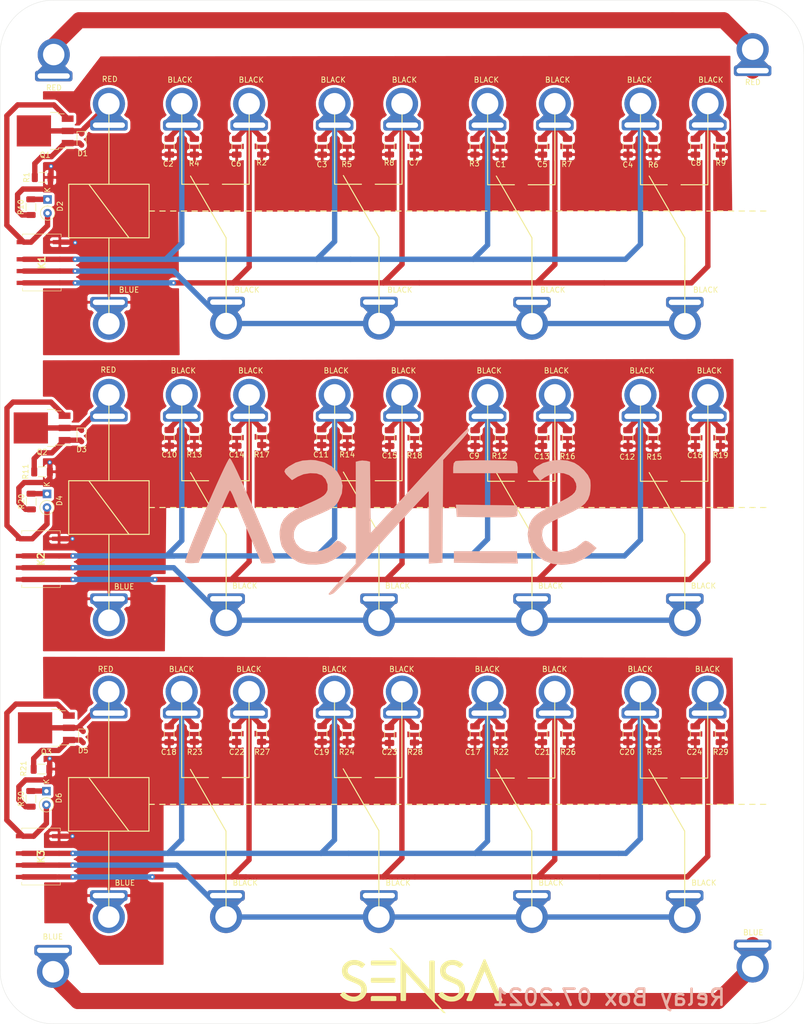
<source format=kicad_pcb>
(kicad_pcb (version 20171130) (host pcbnew "(5.1.9)-1")
  (title_block (title "Relay Box") (date 2021-07-24) (rev V0.1) (company "SENSA GROUP") (comment 1 "Relay bocx for the HPK station project"))
  (layers (0 F.Cu signal) (31 B.Cu signal) (34 B.Paste user) (35 F.Paste user) (36 B.SilkS user) (37 F.SilkS user) (38 B.Mask user) (39 F.Mask user) (44 Edge.Cuts user))
  (net 0 "")
  (net 1 R1-)
  (net 2 NC1)
  (net 3 NO1)
  (net 4 R2-)
  (net 5 NC2)
  (net 6 NO2)
  (net 7 NC3)
  (net 8 R3-)
  (net 9 NO3)
  (net 10 "Net-(D1-Pad2)")
  (net 11 R1+)
  (net 12 "Net-(D2-Pad1)")
  (net 13 R2+)
  (net 14 "Net-(D3-Pad2)")
  (net 15 "Net-(D4-Pad1)")
  (net 16 R3+)
  (net 17 "Net-(D5-Pad2)")
  (net 18 "Net-(D6-Pad1)")
  (net 19 "Net-(J1-Pad1)")
  (net 20 "Net-(J2-Pad1)")
  (net 21 COM1)
  (net 22 COM2)
  (net 23 COM3)
  (net 24 "Net-(D1-Pad1)")
  (net 25 "Net-(D3-Pad1)")
  (net 26 "Net-(D5-Pad1)")
  (module Capacitor_SMD:C_1206_3216Metric (layer F.Cu) (at 106.620001 155.98 270)
    (fp_text reference C17 (at 3.315 0.415 180) (layer F.SilkS))
    (fp_text value 1uF)
    (pad 1 smd roundrect (at -1.475 0 270) (size 1.15 1.8) (layers F.Cu F.Paste F.Mask) (roundrect_rratio 0.2173904347826087) (net 7 NC3))
    (pad 2 smd roundrect (at 1.475 0 270) (size 1.15 1.8) (layers F.Cu F.Paste F.Mask) (roundrect_rratio 0.2173904347826087) (net 8 R3-))
  )
  (module Resistor_SMD:R_1206_3216Metric (layer F.Cu) (at 111.299999 155.98 270)
    (fp_text reference R22 (at 3.315 -0.185 180) (layer F.SilkS))
    (fp_text value 10K)
    (pad 1 smd roundrect (at -1.4625 0 270) (size 1.125 1.75) (layers F.Cu F.Paste F.Mask) (roundrect_rratio 0.2222204444444444) (net 7 NC3))
    (pad 2 smd roundrect (at 1.4625 0 270) (size 1.125 1.75) (layers F.Cu F.Paste F.Mask) (roundrect_rratio 0.2222204444444444) (net 8 R3-))
  )
  (module Capacitor_SMD:C_1206_3216Metric (layer F.Cu) (at 49.575001 100.68 270)
    (fp_text reference C10 (at 3.12 0.01 180) (layer F.SilkS))
    (fp_text value 1uF)
    (pad 1 smd roundrect (at -1.475 0 270) (size 1.15 1.8) (layers F.Cu F.Paste F.Mask) (roundrect_rratio 0.2173904347826087) (net 5 NC2))
    (pad 2 smd roundrect (at 1.475 0 270) (size 1.15 1.8) (layers F.Cu F.Paste F.Mask) (roundrect_rratio 0.2173904347826087) (net 4 R2-))
  )
  (module Diode_SMD:D_SOD-323 (layer F.Cu) (at 33.2 100.325 270)
    (fp_text reference D3 (at 2.5 0 180) (layer F.SilkS))
    (fp_text value D_Zener)
    (pad 1 smd rect (at -1.05 0 270) (size 0.6 0.45) (layers F.Cu F.Paste F.Mask) (net 25 "Net-(D3-Pad1)"))
    (pad 2 smd rect (at 1.05 0 270) (size 0.6 0.45) (layers F.Cu F.Paste F.Mask) (net 14 "Net-(D3-Pad2)"))
  )
  (module Package_TO_SOT_SMD:TO-252-3_TabPin2 (layer F.Cu) (at 26.624999 154.774999 180)
    (fp_text reference Q3 (at 0 -4.5) (layer F.SilkS))
    (fp_text value P_MOS)
    (pad 1 smd rect (at -4.2 -2.28 180) (size 2.2 1.2) (layers F.Cu F.Paste F.Mask) (net 17 "Net-(D5-Pad2)"))
    (pad 2 smd rect (at -4.2 0 180) (size 2.2 1.2) (layers F.Cu F.Paste F.Mask) (net 26 "Net-(D5-Pad1)"))
    (pad 3 smd rect (at -4.2 2.28 180) (size 2.2 1.2) (layers F.Cu F.Paste F.Mask) (net 16 R3+))
    (pad 2 smd rect (at 2.1 0 180) (size 6.4 5.8) (layers F.Cu F.Mask) (net 26 "Net-(D5-Pad1)"))
  )
  (module additions:logo2 (layer F.Cu) (at 96.58 201.94)
    (fp_text reference G*** hide)
    (fp_text value LOGO hide)
  )
  (module additions:logo3 (layer B.Cu) (at 90.78 114.48 180)
    (fp_text reference G*** hide)
    (fp_text value LOGO hide)
  )
  (module Capacitor_SMD:C_1206_3216Metric (layer F.Cu) (at 111.294999 46.35 270)
    (fp_text reference C1 (at 3.3 -0.11 180) (layer F.SilkS))
    (fp_text value 1uF)
    (pad 2 smd roundrect (at 1.475 0 270) (size 1.15 1.8) (layers F.Cu F.Paste F.Mask) (roundrect_rratio 0.2173904347826087) (net 1 R1-))
    (pad 1 smd roundrect (at -1.475 0 270) (size 1.15 1.8) (layers F.Cu F.Paste F.Mask) (roundrect_rratio 0.2173904347826087) (net 2 NC1))
  )
  (module Capacitor_SMD:C_1206_3216Metric (layer F.Cu) (at 49.575001 46.35 270)
    (fp_text reference C2 (at 3.19 0.205001 180) (layer F.SilkS))
    (fp_text value 1uF)
    (pad 1 smd roundrect (at -1.475 0 270) (size 1.15 1.8) (layers F.Cu F.Paste F.Mask) (roundrect_rratio 0.2173904347826087) (net 2 NC1))
    (pad 2 smd roundrect (at 1.475 0 270) (size 1.15 1.8) (layers F.Cu F.Paste F.Mask) (roundrect_rratio 0.2173904347826087) (net 1 R1-))
  )
  (module Capacitor_SMD:C_1206_3216Metric (layer F.Cu) (at 78.100001 46.35 270)
    (fp_text reference C3 (at 3.31 0.05 180) (layer F.SilkS))
    (fp_text value 1uF)
    (pad 2 smd roundrect (at 1.475 0 270) (size 1.15 1.8) (layers F.Cu F.Paste F.Mask) (roundrect_rratio 0.2173904347826087) (net 1 R1-))
    (pad 1 smd roundrect (at -1.475 0 270) (size 1.15 1.8) (layers F.Cu F.Paste F.Mask) (roundrect_rratio 0.2173904347826087) (net 2 NC1))
  )
  (module Capacitor_SMD:C_1206_3216Metric (layer F.Cu) (at 135.170001 46.35 270)
    (fp_text reference C4 (at 3.36 0.035 180) (layer F.SilkS))
    (fp_text value 1uF)
    (pad 2 smd roundrect (at 1.475 0 270) (size 1.15 1.8) (layers F.Cu F.Paste F.Mask) (roundrect_rratio 0.2173904347826087) (net 1 R1-))
    (pad 1 smd roundrect (at -1.475 0 270) (size 1.15 1.8) (layers F.Cu F.Paste F.Mask) (roundrect_rratio 0.2173904347826087) (net 2 NC1))
  )
  (module Capacitor_SMD:C_1206_3216Metric (layer F.Cu) (at 119.200001 46.35 90)
    (fp_text reference C5 (at -3.29 -0.02 180) (layer F.SilkS))
    (fp_text value 1uF)
    (pad 2 smd roundrect (at 1.475 0 90) (size 1.15 1.8) (layers F.Cu F.Paste F.Mask) (roundrect_rratio 0.2173904347826087) (net 3 NO1))
    (pad 1 smd roundrect (at -1.475 0 90) (size 1.15 1.8) (layers F.Cu F.Paste F.Mask) (roundrect_rratio 0.2173904347826087) (net 1 R1-))
  )
  (module Capacitor_SMD:C_1206_3216Metric (layer F.Cu) (at 62.150001 46.35 90)
    (fp_text reference C6 (at -3.175 -0.12 180) (layer F.SilkS))
    (fp_text value 1uF)
    (pad 1 smd roundrect (at -1.475 0 90) (size 1.15 1.8) (layers F.Cu F.Paste F.Mask) (roundrect_rratio 0.2173904347826087) (net 1 R1-))
    (pad 2 smd roundrect (at 1.475 0 90) (size 1.15 1.8) (layers F.Cu F.Paste F.Mask) (roundrect_rratio 0.2173904347826087) (net 3 NO1))
  )
  (module Capacitor_SMD:C_1206_3216Metric (layer F.Cu) (at 95.324999 46.35 90)
    (fp_text reference C7 (at -2.995 -0.07 180) (layer F.SilkS))
    (fp_text value 1uF)
    (pad 2 smd roundrect (at 1.475 0 90) (size 1.15 1.8) (layers F.Cu F.Paste F.Mask) (roundrect_rratio 0.2173904347826087) (net 3 NO1))
    (pad 1 smd roundrect (at -1.475 0 90) (size 1.15 1.8) (layers F.Cu F.Paste F.Mask) (roundrect_rratio 0.2173904347826087) (net 1 R1-))
  )
  (module Capacitor_SMD:C_1206_3216Metric (layer F.Cu) (at 147.745001 46.35 90)
    (fp_text reference C8 (at -3.03 0.1 180) (layer F.SilkS))
    (fp_text value 1uF)
    (pad 1 smd roundrect (at -1.475 0 90) (size 1.15 1.8) (layers F.Cu F.Paste F.Mask) (roundrect_rratio 0.2173904347826087) (net 1 R1-))
    (pad 2 smd roundrect (at 1.475 0 90) (size 1.15 1.8) (layers F.Cu F.Paste F.Mask) (roundrect_rratio 0.2173904347826087) (net 3 NO1))
  )
  (module Capacitor_SMD:C_1206_3216Metric (layer F.Cu) (at 106.645001 100.72 270)
    (fp_text reference C9 (at 3.32 0.165 180) (layer F.SilkS))
    (fp_text value 1uF)
    (pad 2 smd roundrect (at 1.475 0 270) (size 1.15 1.8) (layers F.Cu F.Paste F.Mask) (roundrect_rratio 0.2173904347826087) (net 4 R2-))
    (pad 1 smd roundrect (at -1.475 0 270) (size 1.15 1.8) (layers F.Cu F.Paste F.Mask) (roundrect_rratio 0.2173904347826087) (net 5 NC2))
  )
  (module Capacitor_SMD:C_1206_3216Metric (layer F.Cu) (at 77.995001 100.55 270)
    (fp_text reference C11 (at 3.25 0.115 180) (layer F.SilkS))
    (fp_text value 1uF)
    (pad 1 smd roundrect (at -1.475 0 270) (size 1.15 1.8) (layers F.Cu F.Paste F.Mask) (roundrect_rratio 0.2173904347826087) (net 5 NC2))
    (pad 2 smd roundrect (at 1.475 0 270) (size 1.15 1.8) (layers F.Cu F.Paste F.Mask) (roundrect_rratio 0.2173904347826087) (net 4 R2-))
  )
  (module Capacitor_SMD:C_1206_3216Metric (layer F.Cu) (at 135.170001 100.72 270)
    (fp_text reference C12 (at 3.495 0.15 180) (layer F.SilkS))
    (fp_text value 1uF)
    (pad 2 smd roundrect (at 1.475 0 270) (size 1.15 1.8) (layers F.Cu F.Paste F.Mask) (roundrect_rratio 0.2173904347826087) (net 4 R2-))
    (pad 1 smd roundrect (at -1.475 0 270) (size 1.15 1.8) (layers F.Cu F.Paste F.Mask) (roundrect_rratio 0.2173904347826087) (net 5 NC2))
  )
  (module Capacitor_SMD:C_1206_3216Metric (layer F.Cu) (at 119.200001 100.72 90)
    (fp_text reference C13 (at -3.405 -0.12 180) (layer F.SilkS))
    (fp_text value 1uF)
    (pad 1 smd roundrect (at -1.475 0 90) (size 1.15 1.8) (layers F.Cu F.Paste F.Mask) (roundrect_rratio 0.2173904347826087) (net 4 R2-))
    (pad 2 smd roundrect (at 1.475 0 90) (size 1.15 1.8) (layers F.Cu F.Paste F.Mask) (roundrect_rratio 0.2173904347826087) (net 6 NO2))
  )
  (module Capacitor_SMD:C_1206_3216Metric (layer F.Cu) (at 62.150001 100.68 90)
    (fp_text reference C14 (at -3.12 -0.01 180) (layer F.SilkS))
    (fp_text value 1uF)
    (pad 1 smd roundrect (at -1.475 0 90) (size 1.15 1.8) (layers F.Cu F.Paste F.Mask) (roundrect_rratio 0.2173904347826087) (net 4 R2-))
    (pad 2 smd roundrect (at 1.475 0 90) (size 1.15 1.8) (layers F.Cu F.Paste F.Mask) (roundrect_rratio 0.2173904347826087) (net 6 NO2))
  )
  (module Capacitor_SMD:C_1206_3216Metric (layer F.Cu) (at 90.675001 100.72 90)
    (fp_text reference C15 (at -3.25 0.004999 180) (layer F.SilkS))
    (fp_text value 1uF)
    (pad 1 smd roundrect (at -1.475 0 90) (size 1.15 1.8) (layers F.Cu F.Paste F.Mask) (roundrect_rratio 0.2173904347826087) (net 4 R2-))
    (pad 2 smd roundrect (at 1.475 0 90) (size 1.15 1.8) (layers F.Cu F.Paste F.Mask) (roundrect_rratio 0.2173904347826087) (net 6 NO2))
  )
  (module Capacitor_SMD:C_1206_3216Metric (layer F.Cu) (at 147.745001 100.72 90)
    (fp_text reference C16 (at -3.195 -0.08 180) (layer F.SilkS))
    (fp_text value 1uF)
    (pad 1 smd roundrect (at -1.475 0 90) (size 1.15 1.8) (layers F.Cu F.Paste F.Mask) (roundrect_rratio 0.2173904347826087) (net 4 R2-))
    (pad 2 smd roundrect (at 1.475 0 90) (size 1.15 1.8) (layers F.Cu F.Paste F.Mask) (roundrect_rratio 0.2173904347826087) (net 6 NO2))
  )
  (module Capacitor_SMD:C_1206_3216Metric (layer F.Cu) (at 49.550001 155.98 270)
    (fp_text reference C18 (at 3.315 0.08 180) (layer F.SilkS))
    (fp_text value 1uF)
    (pad 2 smd roundrect (at 1.475 0 270) (size 1.15 1.8) (layers F.Cu F.Paste F.Mask) (roundrect_rratio 0.2173904347826087) (net 8 R3-))
    (pad 1 smd roundrect (at -1.475 0 270) (size 1.15 1.8) (layers F.Cu F.Paste F.Mask) (roundrect_rratio 0.2173904347826087) (net 7 NC3))
  )
  (module Capacitor_SMD:C_1206_3216Metric (layer F.Cu) (at 78.075001 155.93 270)
    (fp_text reference C19 (at 3.365 0.09 180) (layer F.SilkS))
    (fp_text value 1uF)
    (pad 2 smd roundrect (at 1.475 0 270) (size 1.15 1.8) (layers F.Cu F.Paste F.Mask) (roundrect_rratio 0.2173904347826087) (net 8 R3-))
    (pad 1 smd roundrect (at -1.475 0 270) (size 1.15 1.8) (layers F.Cu F.Paste F.Mask) (roundrect_rratio 0.2173904347826087) (net 7 NC3))
  )
  (module Capacitor_SMD:C_1206_3216Metric (layer F.Cu) (at 135.145001 155.98 270)
    (fp_text reference C20 (at 3.315 0.16 180) (layer F.SilkS))
    (fp_text value 1uF)
    (pad 1 smd roundrect (at -1.475 0 270) (size 1.15 1.8) (layers F.Cu F.Paste F.Mask) (roundrect_rratio 0.2173904347826087) (net 7 NC3))
    (pad 2 smd roundrect (at 1.475 0 270) (size 1.15 1.8) (layers F.Cu F.Paste F.Mask) (roundrect_rratio 0.2173904347826087) (net 8 R3-))
  )
  (module Capacitor_SMD:C_1206_3216Metric (layer F.Cu) (at 119.175001 155.98 90)
    (fp_text reference C21 (at -3.315 0.004 180) (layer F.SilkS))
    (fp_text value 1uF)
    (pad 2 smd roundrect (at 1.475 0 90) (size 1.15 1.8) (layers F.Cu F.Paste F.Mask) (roundrect_rratio 0.2173904347826087) (net 9 NO3))
    (pad 1 smd roundrect (at -1.475 0 90) (size 1.15 1.8) (layers F.Cu F.Paste F.Mask) (roundrect_rratio 0.2173904347826087) (net 8 R3-))
  )
  (module Capacitor_SMD:C_1206_3216Metric (layer F.Cu) (at 62.125001 155.93 90)
    (fp_text reference C22 (at -3.365 0.04 180) (layer F.SilkS))
    (fp_text value 1uF)
    (pad 2 smd roundrect (at 1.475 0 90) (size 1.15 1.8) (layers F.Cu F.Paste F.Mask) (roundrect_rratio 0.2173904347826087) (net 9 NO3))
    (pad 1 smd roundrect (at -1.475 0 90) (size 1.15 1.8) (layers F.Cu F.Paste F.Mask) (roundrect_rratio 0.2173904347826087) (net 8 R3-))
  )
  (module Capacitor_SMD:C_1206_3216Metric (layer F.Cu) (at 90.650001 156.12 90)
    (fp_text reference C23 (at -3.175 0.005 180) (layer F.SilkS))
    (fp_text value 1uF)
    (pad 1 smd roundrect (at -1.475 0 90) (size 1.15 1.8) (layers F.Cu F.Paste F.Mask) (roundrect_rratio 0.2173904347826087) (net 8 R3-))
    (pad 2 smd roundrect (at 1.475 0 90) (size 1.15 1.8) (layers F.Cu F.Paste F.Mask) (roundrect_rratio 0.2173904347826087) (net 9 NO3))
  )
  (module Capacitor_SMD:C_1206_3216Metric (layer F.Cu) (at 147.720001 155.98 90)
    (fp_text reference C24 (at -3.315 -0.17 180) (layer F.SilkS))
    (fp_text value 1uF)
    (pad 2 smd roundrect (at 1.475 0 90) (size 1.15 1.8) (layers F.Cu F.Paste F.Mask) (roundrect_rratio 0.2173904347826087) (net 9 NO3))
    (pad 1 smd roundrect (at -1.475 0 90) (size 1.15 1.8) (layers F.Cu F.Paste F.Mask) (roundrect_rratio 0.2173904347826087) (net 8 R3-))
  )
  (module Diode_THT:D_DO-35_SOD27_P2.54mm_Vertical_KathodeUp (layer F.Cu) (at 26.85 56.2 270)
    (fp_text reference D2 (at 1.27 -2.326371 90) (layer F.SilkS))
    (fp_text value LED)
    (fp_text user K (at -1.8 0 90) (layer F.SilkS))
    (pad 1 thru_hole rect (at 0 0 270) (size 1.6 1.6) (drill 0.8) (layers *.Cu *.Mask) (net 12 "Net-(D2-Pad1)"))
    (pad 2 thru_hole oval (at 2.54 0 270) (size 1.6 1.6) (drill 0.8) (layers *.Cu *.Mask) (net 11 R1+))
  )
  (module Diode_THT:D_DO-35_SOD27_P2.54mm_Vertical_KathodeUp (layer F.Cu) (at 26.743629 111.125 270)
    (fp_text reference D4 (at 1.27 -2.326371 90) (layer F.SilkS))
    (fp_text value LED)
    (fp_text user K (at -1.8 0 90) (layer F.SilkS))
    (pad 2 thru_hole oval (at 2.54 0 270) (size 1.6 1.6) (drill 0.8) (layers *.Cu *.Mask) (net 13 R2+))
    (pad 1 thru_hole rect (at 0 0 270) (size 1.6 1.6) (drill 0.8) (layers *.Cu *.Mask) (net 15 "Net-(D4-Pad1)"))
  )
  (module Diode_THT:D_DO-35_SOD27_P2.54mm_Vertical_KathodeUp (layer F.Cu) (at 26.638629 166.6 270)
    (fp_text reference D6 (at 1.27 -2.326371 90) (layer F.SilkS))
    (fp_text value LED)
    (fp_text user K (at -1.8 0 90) (layer F.SilkS))
    (pad 1 thru_hole rect (at 0 0 270) (size 1.6 1.6) (drill 0.8) (layers *.Cu *.Mask) (net 18 "Net-(D6-Pad1)"))
    (pad 2 thru_hole oval (at 2.54 0 270) (size 1.6 1.6) (drill 0.8) (layers *.Cu *.Mask) (net 16 R3+))
  )
  (module additions:AGQ200A24Z (layer F.Cu) (at 25.780001 67.954999 270)
    (fp_text reference K1 (at 0 0 90) (layer F.SilkS) (effects (font (size 1.27 1.27) (thickness 0.254))))
    (fp_text value AGQ200A24Z hide)
    (pad 1 smd rect (at -3.8 3.37 270) (size 0.8 2.66) (layers F.Cu F.Paste F.Mask) (net 11 R1+))
    (pad 2 smd rect (at -0.6 3.37 270) (size 0.8 2.66) (layers F.Cu F.Paste F.Mask) (net 2 NC1))
    (pad 3 smd rect (at 1.6 3.37 270) (size 0.8 2.66) (layers F.Cu F.Paste F.Mask) (net 21 COM1))
    (pad 4 smd rect (at 3.8 3.37 270) (size 0.8 2.66) (layers F.Cu F.Paste F.Mask) (net 3 NO1))
    (pad 5 smd rect (at 3.8 -3.37 270) (size 0.8 2.66) (layers F.Cu F.Paste F.Mask) (net 3 NO1))
    (pad 6 smd rect (at 1.6 -3.37 270) (size 0.8 2.66) (layers F.Cu F.Paste F.Mask) (net 21 COM1))
    (pad 7 smd rect (at -0.6 -3.37 270) (size 0.8 2.66) (layers F.Cu F.Paste F.Mask) (net 2 NC1))
    (pad 8 smd rect (at -3.8 -3.37 270) (size 0.8 2.66) (layers F.Cu F.Paste F.Mask) (net 1 R1-))
  )
  (module additions:AGQ200A24Z (layer F.Cu) (at 25.63 123.3 270)
    (fp_text reference K2 (at 0 0 90) (layer F.SilkS) (effects (font (size 1.27 1.27) (thickness 0.254))))
    (fp_text value AGQ200A24Z hide)
    (pad 1 smd rect (at -3.8 3.37 270) (size 0.8 2.66) (layers F.Cu F.Paste F.Mask) (net 13 R2+))
    (pad 2 smd rect (at -0.6 3.37 270) (size 0.8 2.66) (layers F.Cu F.Paste F.Mask) (net 5 NC2))
    (pad 3 smd rect (at 1.6 3.37 270) (size 0.8 2.66) (layers F.Cu F.Paste F.Mask) (net 22 COM2))
    (pad 4 smd rect (at 3.8 3.37 270) (size 0.8 2.66) (layers F.Cu F.Paste F.Mask) (net 6 NO2))
    (pad 5 smd rect (at 3.8 -3.37 270) (size 0.8 2.66) (layers F.Cu F.Paste F.Mask) (net 6 NO2))
    (pad 6 smd rect (at 1.6 -3.37 270) (size 0.8 2.66) (layers F.Cu F.Paste F.Mask) (net 22 COM2))
    (pad 7 smd rect (at -0.6 -3.37 270) (size 0.8 2.66) (layers F.Cu F.Paste F.Mask) (net 5 NC2))
    (pad 8 smd rect (at -3.8 -3.37 270) (size 0.8 2.66) (layers F.Cu F.Paste F.Mask) (net 4 R2-))
  )
  (module additions:AGQ200A24Z (layer F.Cu) (at 25.63 178.8 270)
    (fp_text reference K3 (at 0 0 90) (layer F.SilkS) (effects (font (size 1.27 1.27) (thickness 0.254))))
    (fp_text value AGQ200A24Z hide)
    (pad 8 smd rect (at -3.8 -3.37 270) (size 0.8 2.66) (layers F.Cu F.Paste F.Mask) (net 8 R3-))
    (pad 7 smd rect (at -0.6 -3.37 270) (size 0.8 2.66) (layers F.Cu F.Paste F.Mask) (net 7 NC3))
    (pad 6 smd rect (at 1.6 -3.37 270) (size 0.8 2.66) (layers F.Cu F.Paste F.Mask) (net 23 COM3))
    (pad 5 smd rect (at 3.8 -3.37 270) (size 0.8 2.66) (layers F.Cu F.Paste F.Mask) (net 9 NO3))
    (pad 4 smd rect (at 3.8 3.37 270) (size 0.8 2.66) (layers F.Cu F.Paste F.Mask) (net 9 NO3))
    (pad 3 smd rect (at 1.6 3.37 270) (size 0.8 2.66) (layers F.Cu F.Paste F.Mask) (net 23 COM3))
    (pad 2 smd rect (at -0.6 3.37 270) (size 0.8 2.66) (layers F.Cu F.Paste F.Mask) (net 7 NC3))
    (pad 1 smd rect (at -3.8 3.37 270) (size 0.8 2.66) (layers F.Cu F.Paste F.Mask) (net 16 R3+))
  )
  (module Resistor_SMD:R_1206_3216Metric (layer F.Cu) (at 25.931371 52.075)
    (fp_text reference R1 (at -3 0 270) (layer F.SilkS))
    (fp_text value 100K)
    (pad 2 smd roundrect (at 1.4625 0) (size 1.125 1.75) (layers F.Cu F.Paste F.Mask) (roundrect_rratio 0.2222204444444444) (net 1 R1-))
    (pad 1 smd roundrect (at -1.4625 0) (size 1.125 1.75) (layers F.Cu F.Paste F.Mask) (roundrect_rratio 0.2222204444444444) (net 10 "Net-(D1-Pad2)"))
  )
  (module Resistor_SMD:R_1206_3216Metric (layer F.Cu) (at 66.829999 46.35 90)
    (fp_text reference R2 (at -2.97 -0.03 180) (layer F.SilkS))
    (fp_text value 10K)
    (pad 2 smd roundrect (at 1.4625 0 90) (size 1.125 1.75) (layers F.Cu F.Paste F.Mask) (roundrect_rratio 0.2222204444444444) (net 3 NO1))
    (pad 1 smd roundrect (at -1.4625 0 90) (size 1.125 1.75) (layers F.Cu F.Paste F.Mask) (roundrect_rratio 0.2222204444444444) (net 1 R1-))
  )
  (module Resistor_SMD:R_1206_3216Metric (layer F.Cu) (at 106.615001 46.35 270)
    (fp_text reference R3 (at 3.15 0.11 180) (layer F.SilkS))
    (fp_text value 10K)
    (pad 1 smd roundrect (at -1.4625 0 270) (size 1.125 1.75) (layers F.Cu F.Paste F.Mask) (roundrect_rratio 0.2222204444444444) (net 2 NC1))
    (pad 2 smd roundrect (at 1.4625 0 270) (size 1.125 1.75) (layers F.Cu F.Paste F.Mask) (roundrect_rratio 0.2222204444444444) (net 1 R1-))
  )
  (module Resistor_SMD:R_1206_3216Metric (layer F.Cu) (at 54.254999 46.35 270)
    (fp_text reference R4 (at 3.11 0.054999 180) (layer F.SilkS))
    (fp_text value 10K)
    (pad 2 smd roundrect (at 1.4625 0 270) (size 1.125 1.75) (layers F.Cu F.Paste F.Mask) (roundrect_rratio 0.2222204444444444) (net 1 R1-))
    (pad 1 smd roundrect (at -1.4625 0 270) (size 1.125 1.75) (layers F.Cu F.Paste F.Mask) (roundrect_rratio 0.2222204444444444) (net 2 NC1))
  )
  (module Resistor_SMD:R_1206_3216Metric (layer F.Cu) (at 82.779999 46.35 270)
    (fp_text reference R5 (at 3.285 0.1 180) (layer F.SilkS))
    (fp_text value 10K)
    (pad 2 smd roundrect (at 1.4625 0 270) (size 1.125 1.75) (layers F.Cu F.Paste F.Mask) (roundrect_rratio 0.2222204444444444) (net 1 R1-))
    (pad 1 smd roundrect (at -1.4625 0 270) (size 1.125 1.75) (layers F.Cu F.Paste F.Mask) (roundrect_rratio 0.2222204444444444) (net 2 NC1))
  )
  (module Resistor_SMD:R_1206_3216Metric (layer F.Cu) (at 139.849999 46.35 270)
    (fp_text reference R6 (at 3.3725 -0.04 180) (layer F.SilkS))
    (fp_text value 10K)
    (pad 1 smd roundrect (at -1.4625 0 270) (size 1.125 1.75) (layers F.Cu F.Paste F.Mask) (roundrect_rratio 0.2222204444444444) (net 2 NC1))
    (pad 2 smd roundrect (at 1.4625 0 270) (size 1.125 1.75) (layers F.Cu F.Paste F.Mask) (roundrect_rratio 0.2222204444444444) (net 1 R1-))
  )
  (module Resistor_SMD:R_1206_3216Metric (layer F.Cu) (at 123.879999 46.35 90)
    (fp_text reference R7 (at -3.265 -0.145 180) (layer F.SilkS))
    (fp_text value 10K)
    (pad 1 smd roundrect (at -1.4625 0 90) (size 1.125 1.75) (layers F.Cu F.Paste F.Mask) (roundrect_rratio 0.2222204444444444) (net 1 R1-))
    (pad 2 smd roundrect (at 1.4625 0 90) (size 1.125 1.75) (layers F.Cu F.Paste F.Mask) (roundrect_rratio 0.2222204444444444) (net 3 NO1))
  )
  (module Resistor_SMD:R_1206_3216Metric (layer F.Cu) (at 90.645001 46.35 90)
    (fp_text reference R8 (at -2.995 -0.045 180) (layer F.SilkS))
    (fp_text value 10K)
    (pad 2 smd roundrect (at 1.4625 0 90) (size 1.125 1.75) (layers F.Cu F.Paste F.Mask) (roundrect_rratio 0.2222204444444444) (net 3 NO1))
    (pad 1 smd roundrect (at -1.4625 0 90) (size 1.125 1.75) (layers F.Cu F.Paste F.Mask) (roundrect_rratio 0.2222204444444444) (net 1 R1-))
  )
  (module Resistor_SMD:R_1206_3216Metric (layer F.Cu) (at 152.424999 46.35 90)
    (fp_text reference R9 (at -3.0175 0.05) (layer F.SilkS))
    (fp_text value 10K)
    (pad 2 smd roundrect (at 1.4625 0 90) (size 1.125 1.75) (layers F.Cu F.Paste F.Mask) (roundrect_rratio 0.2222204444444444) (net 3 NO1))
    (pad 1 smd roundrect (at -1.4625 0 90) (size 1.125 1.75) (layers F.Cu F.Paste F.Mask) (roundrect_rratio 0.2222204444444444) (net 1 R1-))
  )
  (module Resistor_SMD:R_1206_3216Metric (layer F.Cu) (at 23.75 57.625685 90)
    (fp_text reference R10 (at 0.000686 -1.9 90) (layer F.SilkS))
    (fp_text value 1K)
    (pad 2 smd roundrect (at 1.4625 0 90) (size 1.125 1.75) (layers F.Cu F.Paste F.Mask) (roundrect_rratio 0.2222204444444444) (net 12 "Net-(D2-Pad1)"))
    (pad 1 smd roundrect (at -1.4625 0 90) (size 1.125 1.75) (layers F.Cu F.Paste F.Mask) (roundrect_rratio 0.2222204444444444) (net 1 R1-))
  )
  (module Resistor_SMD:R_1206_3216Metric (layer F.Cu) (at 25.825 107)
    (fp_text reference R11 (at -3.075 -0.025 90) (layer F.SilkS))
    (fp_text value 100K)
    (pad 1 smd roundrect (at -1.4625 0) (size 1.125 1.75) (layers F.Cu F.Paste F.Mask) (roundrect_rratio 0.2222204444444444) (net 14 "Net-(D3-Pad2)"))
    (pad 2 smd roundrect (at 1.4625 0) (size 1.125 1.75) (layers F.Cu F.Paste F.Mask) (roundrect_rratio 0.2222204444444444) (net 4 R2-))
  )
  (module Resistor_SMD:R_1206_3216Metric (layer F.Cu) (at 111.324999 100.72 270)
    (fp_text reference R12 (at 3.32 0.14 180) (layer F.SilkS))
    (fp_text value 10K)
    (pad 1 smd roundrect (at -1.4625 0 270) (size 1.125 1.75) (layers F.Cu F.Paste F.Mask) (roundrect_rratio 0.2222204444444444) (net 5 NC2))
    (pad 2 smd roundrect (at 1.4625 0 270) (size 1.125 1.75) (layers F.Cu F.Paste F.Mask) (roundrect_rratio 0.2222204444444444) (net 4 R2-))
  )
  (module Resistor_SMD:R_1206_3216Metric (layer F.Cu) (at 54.254999 100.68 270)
    (fp_text reference R13 (at 3.12 0.01 180) (layer F.SilkS))
    (fp_text value 10K)
    (pad 1 smd roundrect (at -1.4625 0 270) (size 1.125 1.75) (layers F.Cu F.Paste F.Mask) (roundrect_rratio 0.2222204444444444) (net 5 NC2))
    (pad 2 smd roundrect (at 1.4625 0 270) (size 1.125 1.75) (layers F.Cu F.Paste F.Mask) (roundrect_rratio 0.2222204444444444) (net 4 R2-))
  )
  (module Resistor_SMD:R_1206_3216Metric (layer F.Cu) (at 82.779999 100.55 270)
    (fp_text reference R14 (at 3.25 0.01 180) (layer F.SilkS))
    (fp_text value 10K)
    (pad 1 smd roundrect (at -1.4625 0 270) (size 1.125 1.75) (layers F.Cu F.Paste F.Mask) (roundrect_rratio 0.2222204444444444) (net 5 NC2))
    (pad 2 smd roundrect (at 1.4625 0 270) (size 1.125 1.75) (layers F.Cu F.Paste F.Mask) (roundrect_rratio 0.2222204444444444) (net 4 R2-))
  )
  (module Resistor_SMD:R_1206_3216Metric (layer F.Cu) (at 139.849999 100.72 270)
    (fp_text reference R15 (at 3.495 -0.21 180) (layer F.SilkS))
    (fp_text value 10K)
    (pad 2 smd roundrect (at 1.4625 0 270) (size 1.125 1.75) (layers F.Cu F.Paste F.Mask) (roundrect_rratio 0.2222204444444444) (net 4 R2-))
    (pad 1 smd roundrect (at -1.4625 0 270) (size 1.125 1.75) (layers F.Cu F.Paste F.Mask) (roundrect_rratio 0.2222204444444444) (net 5 NC2))
  )
  (module Resistor_SMD:R_1206_3216Metric (layer F.Cu) (at 123.879999 100.72 90)
    (fp_text reference R16 (at -3.405 0.02 180) (layer F.SilkS))
    (fp_text value 10K)
    (pad 1 smd roundrect (at -1.4625 0 90) (size 1.125 1.75) (layers F.Cu F.Paste F.Mask) (roundrect_rratio 0.2222204444444444) (net 4 R2-))
    (pad 2 smd roundrect (at 1.4625 0 90) (size 1.125 1.75) (layers F.Cu F.Paste F.Mask) (roundrect_rratio 0.2222204444444444) (net 6 NO2))
  )
  (module Resistor_SMD:R_1206_3216Metric (layer F.Cu) (at 66.829999 100.55 90)
    (fp_text reference R17 (at -3.25 -0.01 180) (layer F.SilkS))
    (fp_text value 10K)
    (pad 2 smd roundrect (at 1.4625 0 90) (size 1.125 1.75) (layers F.Cu F.Paste F.Mask) (roundrect_rratio 0.2222204444444444) (net 6 NO2))
    (pad 1 smd roundrect (at -1.4625 0 90) (size 1.125 1.75) (layers F.Cu F.Paste F.Mask) (roundrect_rratio 0.2222204444444444) (net 4 R2-))
  )
  (module Resistor_SMD:R_1206_3216Metric (layer F.Cu) (at 95.354999 100.72 90)
    (fp_text reference R18 (at -3.25 -0.01 180) (layer F.SilkS))
    (fp_text value 10K)
    (pad 2 smd roundrect (at 1.4625 0 90) (size 1.125 1.75) (layers F.Cu F.Paste F.Mask) (roundrect_rratio 0.2222204444444444) (net 6 NO2))
    (pad 1 smd roundrect (at -1.4625 0 90) (size 1.125 1.75) (layers F.Cu F.Paste F.Mask) (roundrect_rratio 0.2222204444444444) (net 4 R2-))
  )
  (module Resistor_SMD:R_1206_3216Metric (layer F.Cu) (at 152.424999 100.72 90)
    (fp_text reference R19 (at -3.195 0.02 180) (layer F.SilkS))
    (fp_text value 10K)
    (pad 1 smd roundrect (at -1.4625 0 90) (size 1.125 1.75) (layers F.Cu F.Paste F.Mask) (roundrect_rratio 0.2222204444444444) (net 4 R2-))
    (pad 2 smd roundrect (at 1.4625 0 90) (size 1.125 1.75) (layers F.Cu F.Paste F.Mask) (roundrect_rratio 0.2222204444444444) (net 6 NO2))
  )
  (module Resistor_SMD:R_1206_3216Metric (layer F.Cu) (at 23.8 112.550685 90)
    (fp_text reference R20 (at 0 -1.82 90) (layer F.SilkS))
    (fp_text value 1K)
    (pad 2 smd roundrect (at 1.4625 0 90) (size 1.125 1.75) (layers F.Cu F.Paste F.Mask) (roundrect_rratio 0.2222204444444444) (net 15 "Net-(D4-Pad1)"))
    (pad 1 smd roundrect (at -1.4625 0 90) (size 1.125 1.75) (layers F.Cu F.Paste F.Mask) (roundrect_rratio 0.2222204444444444) (net 4 R2-))
  )
  (module Resistor_SMD:R_1206_3216Metric (layer F.Cu) (at 25.72 162.475)
    (fp_text reference R21 (at -3.35 -0.1 90) (layer F.SilkS))
    (fp_text value 100K)
    (pad 2 smd roundrect (at 1.4625 0) (size 1.125 1.75) (layers F.Cu F.Paste F.Mask) (roundrect_rratio 0.2222204444444444) (net 8 R3-))
    (pad 1 smd roundrect (at -1.4625 0) (size 1.125 1.75) (layers F.Cu F.Paste F.Mask) (roundrect_rratio 0.2222204444444444) (net 17 "Net-(D5-Pad2)"))
  )
  (module Resistor_SMD:R_1206_3216Metric (layer F.Cu) (at 54.229999 155.93 270)
    (fp_text reference R23 (at 3.365 -0.095 180) (layer F.SilkS))
    (fp_text value 10K)
    (pad 1 smd roundrect (at -1.4625 0 270) (size 1.125 1.75) (layers F.Cu F.Paste F.Mask) (roundrect_rratio 0.2222204444444444) (net 7 NC3))
    (pad 2 smd roundrect (at 1.4625 0 270) (size 1.125 1.75) (layers F.Cu F.Paste F.Mask) (roundrect_rratio 0.2222204444444444) (net 8 R3-))
  )
  (module Resistor_SMD:R_1206_3216Metric (layer F.Cu) (at 82.754999 155.93 270)
    (fp_text reference R24 (at 3.365 0.065 180) (layer F.SilkS))
    (fp_text value 10K)
    (pad 2 smd roundrect (at 1.4625 0 270) (size 1.125 1.75) (layers F.Cu F.Paste F.Mask) (roundrect_rratio 0.2222204444444444) (net 8 R3-))
    (pad 1 smd roundrect (at -1.4625 0 270) (size 1.125 1.75) (layers F.Cu F.Paste F.Mask) (roundrect_rratio 0.2222204444444444) (net 7 NC3))
  )
  (module Resistor_SMD:R_1206_3216Metric (layer F.Cu) (at 139.824999 155.98 270)
    (fp_text reference R25 (at 3.315 -0.29 180) (layer F.SilkS))
    (fp_text value 10K)
    (pad 1 smd roundrect (at -1.4625 0 270) (size 1.125 1.75) (layers F.Cu F.Paste F.Mask) (roundrect_rratio 0.2222204444444444) (net 7 NC3))
    (pad 2 smd roundrect (at 1.4625 0 270) (size 1.125 1.75) (layers F.Cu F.Paste F.Mask) (roundrect_rratio 0.2222204444444444) (net 8 R3-))
  )
  (module Resistor_SMD:R_1206_3216Metric (layer F.Cu) (at 123.854999 155.98 90)
    (fp_text reference R26 (at -3.315 0.135 180) (layer F.SilkS))
    (fp_text value 10K)
    (pad 1 smd roundrect (at -1.4625 0 90) (size 1.125 1.75) (layers F.Cu F.Paste F.Mask) (roundrect_rratio 0.2222204444444444) (net 8 R3-))
    (pad 2 smd roundrect (at 1.4625 0 90) (size 1.125 1.75) (layers F.Cu F.Paste F.Mask) (roundrect_rratio 0.2222204444444444) (net 9 NO3))
  )
  (module Resistor_SMD:R_1206_3216Metric (layer F.Cu) (at 66.804999 155.93 90)
    (fp_text reference R27 (at -3.365 0.1 180) (layer F.SilkS))
    (fp_text value 10K)
    (pad 1 smd roundrect (at -1.4625 0 90) (size 1.125 1.75) (layers F.Cu F.Paste F.Mask) (roundrect_rratio 0.2222204444444444) (net 8 R3-))
    (pad 2 smd roundrect (at 1.4625 0 90) (size 1.125 1.75) (layers F.Cu F.Paste F.Mask) (roundrect_rratio 0.2222204444444444) (net 9 NO3))
  )
  (module Resistor_SMD:R_1206_3216Metric (layer F.Cu) (at 95.329999 156.06 90)
    (fp_text reference R28 (at -3.235 0.105 180) (layer F.SilkS))
    (fp_text value 10K)
    (pad 1 smd roundrect (at -1.4625 0 90) (size 1.125 1.75) (layers F.Cu F.Paste F.Mask) (roundrect_rratio 0.2222204444444444) (net 8 R3-))
    (pad 2 smd roundrect (at 1.4625 0 90) (size 1.125 1.75) (layers F.Cu F.Paste F.Mask) (roundrect_rratio 0.2222204444444444) (net 9 NO3))
  )
  (module Resistor_SMD:R_1206_3216Metric (layer F.Cu) (at 152.399999 155.98 90)
    (fp_text reference R29 (at -3.315 0.07 180) (layer F.SilkS))
    (fp_text value 10K)
    (pad 2 smd roundrect (at 1.4625 0 90) (size 1.125 1.75) (layers F.Cu F.Paste F.Mask) (roundrect_rratio 0.2222204444444444) (net 9 NO3))
    (pad 1 smd roundrect (at -1.4625 0 90) (size 1.125 1.75) (layers F.Cu F.Paste F.Mask) (roundrect_rratio 0.2222204444444444) (net 8 R3-))
  )
  (module Resistor_SMD:R_1206_3216Metric (layer F.Cu) (at 23.75 168.025685 90)
    (fp_text reference R30 (at 0 -1.82 90) (layer F.SilkS))
    (fp_text value 1K)
    (pad 2 smd roundrect (at 1.4625 0 90) (size 1.125 1.75) (layers F.Cu F.Paste F.Mask) (roundrect_rratio 0.2222204444444444) (net 18 "Net-(D6-Pad1)"))
    (pad 1 smd roundrect (at -1.4625 0 90) (size 1.125 1.75) (layers F.Cu F.Paste F.Mask) (roundrect_rratio 0.2222204444444444) (net 8 R3-))
  )
  (module Diode_SMD:D_SOD-323 (layer F.Cu) (at 33.2 45 270)
    (fp_text reference D1 (at 2.6 -0.2 180) (layer F.SilkS))
    (fp_text value D_Zener)
    (pad 2 smd rect (at 1.05 0 270) (size 0.6 0.45) (layers F.Cu F.Paste F.Mask) (net 10 "Net-(D1-Pad2)"))
    (pad 1 smd rect (at -1.05 0 270) (size 0.6 0.45) (layers F.Cu F.Paste F.Mask) (net 24 "Net-(D1-Pad1)"))
  )
  (module Diode_SMD:D_SOD-323 (layer F.Cu) (at 33.5 156.5 270)
    (fp_text reference D5 (at 2.5 0 180) (layer F.SilkS))
    (fp_text value D_Zener)
    (pad 1 smd rect (at -1.05 0 270) (size 0.6 0.45) (layers F.Cu F.Paste F.Mask) (net 26 "Net-(D5-Pad1)"))
    (pad 2 smd rect (at 1.05 0 270) (size 0.6 0.45) (layers F.Cu F.Paste F.Mask) (net 17 "Net-(D5-Pad2)"))
  )
  (module Package_TO_SOT_SMD:TO-252-3_TabPin2 (layer F.Cu) (at 26.4 43.4 180)
    (fp_text reference Q1 (at 0 -4.5) (layer F.SilkS))
    (fp_text value P_MOS)
    (pad 2 smd rect (at 2.1 0 180) (size 6.4 5.8) (layers F.Cu F.Mask) (net 24 "Net-(D1-Pad1)"))
    (pad 3 smd rect (at -4.2 2.28 180) (size 2.2 1.2) (layers F.Cu F.Paste F.Mask) (net 11 R1+))
    (pad 2 smd rect (at -4.2 0 180) (size 2.2 1.2) (layers F.Cu F.Paste F.Mask) (net 24 "Net-(D1-Pad1)"))
    (pad 1 smd rect (at -4.2 -2.28 180) (size 2.2 1.2) (layers F.Cu F.Paste F.Mask) (net 10 "Net-(D1-Pad2)"))
  )
  (module Package_TO_SOT_SMD:TO-252-3_TabPin2 (layer F.Cu) (at 25.825 98.825 180)
    (fp_text reference Q2 (at 0 -4.5) (layer F.SilkS))
    (fp_text value P_MOS)
    (pad 1 smd rect (at -4.2 -2.28 180) (size 2.2 1.2) (layers F.Cu F.Paste F.Mask) (net 14 "Net-(D3-Pad2)"))
    (pad 2 smd rect (at -4.2 0 180) (size 2.2 1.2) (layers F.Cu F.Paste F.Mask) (net 25 "Net-(D3-Pad1)"))
    (pad 3 smd rect (at -4.2 2.28 180) (size 2.2 1.2) (layers F.Cu F.Paste F.Mask) (net 13 R2+))
    (pad 2 smd rect (at 2.1 0 180) (size 6.4 5.8) (layers F.Cu F.Mask) (net 25 "Net-(D3-Pad1)"))
  )
  (module additions:BananaPlug_custom (layer F.Cu) (at 28 29.16)
    (fp_text reference RED (at 0.04 6.19) (layer F.SilkS))
    (fp_text value +)
    (pad 1 thru_hole custom (at 0 0) (size 6 6) (drill 4) (layers *.Cu *.Mask) (net 19 "Net-(J1-Pad1)") (options (clearance outline) (anchor circle)) (primitives (gr_poly (pts (xy 0 0) (xy 3 3) (xy 0 3)) (width 0)) (gr_poly (pts (xy 0 0) (xy 0 3) (xy -3 3)) (width 0))))
    (pad 1 thru_hole roundrect (at 0 4 270) (size 2 7) (drill oval 1 6) (layers *.Cu *.Mask) (net 19 "Net-(J1-Pad1)"))
  )
  (module additions:BananaPlug_custom (layer F.Cu) (at 27.88 200.29 180)
    (fp_text reference BLUE (at 0.05 6.53) (layer F.SilkS))
    (fp_text value -)
    (pad 1 thru_hole custom (at 0 0 180) (size 6 6) (drill 4) (layers *.Cu *.Mask) (net 20 "Net-(J2-Pad1)") (options (clearance outline) (anchor circle)) (primitives (gr_poly (pts (xy 0 0) (xy 3 3) (xy 0 3)) (width 0)) (gr_poly (pts (xy 0 0) (xy 0 3) (xy -3 3)) (width 0))))
    (pad 1 thru_hole roundrect (at 0 4 90) (size 2 7) (drill oval 1 6) (layers *.Cu *.Mask) (net 20 "Net-(J2-Pad1)"))
  )
  (module additions:BananaPlug_custom (layer F.Cu) (at 38.3 79.377223 180)
    (fp_text reference BLUE (at -3.75 6.317223) (layer F.SilkS))
    (fp_text value -)
    (pad 1 thru_hole custom (at 0 0 180) (size 6 6) (drill 4) (layers *.Cu *.Mask) (net 1 R1-) (options (clearance outline) (anchor circle)) (primitives (gr_poly (pts (xy 0 0) (xy 3 3) (xy 0 3)) (width 0)) (gr_poly (pts (xy 0 0) (xy 0 3) (xy -3 3)) (width 0))))
    (pad 1 thru_hole roundrect (at 0 4 90) (size 2 7) (drill oval 1 6) (layers *.Cu *.Mask) (net 1 R1-))
  )
  (module additions:BananaPlug_custom (layer F.Cu) (at 60.1825 79.34 180)
    (fp_text reference BLACK (at -3.88 6.28) (layer F.SilkS))
    (fp_text value COM)
    (pad 1 thru_hole roundrect (at 0 4 90) (size 2 7) (drill oval 1 6) (layers *.Cu *.Mask) (net 21 COM1))
    (pad 1 thru_hole custom (at 0 0 180) (size 6 6) (drill 4) (layers *.Cu *.Mask) (net 21 COM1) (options (clearance outline) (anchor circle)) (primitives (gr_poly (pts (xy 0 0) (xy 3 3) (xy 0 3)) (width 0)) (gr_poly (pts (xy 0 0) (xy 0 3) (xy -3 3)) (width 0))))
  )
  (module additions:BananaPlug_custom (layer F.Cu) (at 117.2525 79.377223 180)
    (fp_text reference BLACK (at -3.88 6.317223) (layer F.SilkS))
    (fp_text value COM)
    (pad 1 thru_hole roundrect (at 0 4 90) (size 2 7) (drill oval 1 6) (layers *.Cu *.Mask) (net 21 COM1))
    (pad 1 thru_hole custom (at 0 0 180) (size 6 6) (drill 4) (layers *.Cu *.Mask) (net 21 COM1) (options (clearance outline) (anchor circle)) (primitives (gr_poly (pts (xy 0 0) (xy 3 3) (xy 0 3)) (width 0)) (gr_poly (pts (xy 0 0) (xy 0 3) (xy -3 3)) (width 0))))
  )
  (module additions:BananaPlug_custom (layer F.Cu) (at 88.7075 79.34 180)
    (fp_text reference BLACK (at -3.88 6.28) (layer F.SilkS))
    (fp_text value COM)
    (pad 1 thru_hole custom (at 0 0 180) (size 6 6) (drill 4) (layers *.Cu *.Mask) (net 21 COM1) (options (clearance outline) (anchor circle)) (primitives (gr_poly (pts (xy 0 0) (xy 3 3) (xy 0 3)) (width 0)) (gr_poly (pts (xy 0 0) (xy 0 3) (xy -3 3)) (width 0))))
    (pad 1 thru_hole roundrect (at 0 4 90) (size 2 7) (drill oval 1 6) (layers *.Cu *.Mask) (net 21 COM1))
  )
  (module additions:BananaPlug_custom (layer F.Cu) (at 145.7775 79.377223 180)
    (fp_text reference BLACK (at -3.88 6.317223) (layer F.SilkS))
    (fp_text value COM)
    (pad 1 thru_hole custom (at 0 0 180) (size 6 6) (drill 4) (layers *.Cu *.Mask) (net 21 COM1) (options (clearance outline) (anchor circle)) (primitives (gr_poly (pts (xy 0 0) (xy 3 3) (xy 0 3)) (width 0)) (gr_poly (pts (xy 0 0) (xy 0 3) (xy -3 3)) (width 0))))
    (pad 1 thru_hole roundrect (at 0 4 90) (size 2 7) (drill oval 1 6) (layers *.Cu *.Mask) (net 21 COM1))
  )
  (module additions:BananaPlug_custom (layer F.Cu) (at 38.3 38.332777)
    (fp_text reference RED (at 0.16 -4.582777) (layer F.SilkS))
    (fp_text value +)
    (pad 1 thru_hole roundrect (at 0 4 270) (size 2 7) (drill oval 1 6) (layers *.Cu *.Mask) (net 24 "Net-(D1-Pad1)"))
    (pad 1 thru_hole custom (at 0 0) (size 6 6) (drill 4) (layers *.Cu *.Mask) (net 24 "Net-(D1-Pad1)") (options (clearance outline) (anchor circle)) (primitives (gr_poly (pts (xy 0 0) (xy 3 3) (xy 0 3)) (width 0)) (gr_poly (pts (xy 0 0) (xy 0 3) (xy -3 3)) (width 0))))
  )
  (module additions:BananaPlug_custom (layer F.Cu) (at 64.475 38.332777)
    (fp_text reference BLACK (at 0.387857 -4.462777) (layer F.SilkS))
    (fp_text value NO)
    (pad 1 thru_hole custom (at 0 0) (size 6 6) (drill 4) (layers *.Cu *.Mask) (net 3 NO1) (options (clearance outline) (anchor circle)) (primitives (gr_poly (pts (xy 0 0) (xy 3 3) (xy 0 3)) (width 0)) (gr_poly (pts (xy 0 0) (xy 0 3) (xy -3 3)) (width 0))))
    (pad 1 thru_hole roundrect (at 0 4 270) (size 2 7) (drill oval 1 6) (layers *.Cu *.Mask) (net 3 NO1))
  )
  (module additions:BananaPlug_custom (layer F.Cu) (at 51.9 38.332777)
    (fp_text reference BLACK (at -0.33 -4.462777) (layer F.SilkS))
    (fp_text value NC)
    (pad 1 thru_hole roundrect (at 0 4 270) (size 2 7) (drill oval 1 6) (layers *.Cu *.Mask) (net 2 NC1))
    (pad 1 thru_hole custom (at 0 0) (size 6 6) (drill 4) (layers *.Cu *.Mask) (net 2 NC1) (options (clearance outline) (anchor circle)) (primitives (gr_poly (pts (xy 0 0) (xy 3 3) (xy 0 3)) (width 0)) (gr_poly (pts (xy 0 0) (xy 0 3) (xy -3 3)) (width 0))))
  )
  (module additions:BananaPlug_custom (layer F.Cu) (at 121.525 38.332777)
    (fp_text reference BLACK (at 0.509285 -4.462777) (layer F.SilkS))
    (fp_text value NO)
    (pad 1 thru_hole custom (at 0 0) (size 6 6) (drill 4) (layers *.Cu *.Mask) (net 3 NO1) (options (clearance outline) (anchor circle)) (primitives (gr_poly (pts (xy 0 0) (xy 3 3) (xy 0 3)) (width 0)) (gr_poly (pts (xy 0 0) (xy 0 3) (xy -3 3)) (width 0))))
    (pad 1 thru_hole roundrect (at 0 4 270) (size 2 7) (drill oval 1 6) (layers *.Cu *.Mask) (net 3 NO1))
  )
  (module additions:BananaPlug_custom (layer F.Cu) (at 108.97 38.332777)
    (fp_text reference BLACK (at -0.228572 -4.462777) (layer F.SilkS))
    (fp_text value NC)
    (pad 1 thru_hole roundrect (at 0 4 270) (size 2 7) (drill oval 1 6) (layers *.Cu *.Mask) (net 2 NC1))
    (pad 1 thru_hole custom (at 0 0) (size 6 6) (drill 4) (layers *.Cu *.Mask) (net 2 NC1) (options (clearance outline) (anchor circle)) (primitives (gr_poly (pts (xy 0 0) (xy 3 3) (xy 0 3)) (width 0)) (gr_poly (pts (xy 0 0) (xy 0 3) (xy -3 3)) (width 0))))
  )
  (module additions:BananaPlug_custom (layer F.Cu) (at 93 38.332777)
    (fp_text reference BLACK (at 0.448571 -4.462777) (layer F.SilkS))
    (fp_text value NO)
    (pad 1 thru_hole roundrect (at 0 4 270) (size 2 7) (drill oval 1 6) (layers *.Cu *.Mask) (net 3 NO1))
    (pad 1 thru_hole custom (at 0 0) (size 6 6) (drill 4) (layers *.Cu *.Mask) (net 3 NO1) (options (clearance outline) (anchor circle)) (primitives (gr_poly (pts (xy 0 0) (xy 3 3) (xy 0 3)) (width 0)) (gr_poly (pts (xy 0 0) (xy 0 3) (xy -3 3)) (width 0))))
  )
  (module additions:BananaPlug_custom (layer F.Cu) (at 80.425 38.332777)
    (fp_text reference BLACK (at -0.269286 -4.462777) (layer F.SilkS))
    (fp_text value NC)
    (pad 1 thru_hole custom (at 0 0) (size 6 6) (drill 4) (layers *.Cu *.Mask) (net 2 NC1) (options (clearance outline) (anchor circle)) (primitives (gr_poly (pts (xy 0 0) (xy 3 3) (xy 0 3)) (width 0)) (gr_poly (pts (xy 0 0) (xy 0 3) (xy -3 3)) (width 0))))
    (pad 1 thru_hole roundrect (at 0 4 270) (size 2 7) (drill oval 1 6) (layers *.Cu *.Mask) (net 2 NC1))
  )
  (module additions:BananaPlug_custom (layer F.Cu) (at 150.07 38.3)
    (fp_text reference BLACK (at 0.55 -4.43) (layer F.SilkS))
    (fp_text value NO)
    (pad 1 thru_hole roundrect (at 0 4 270) (size 2 7) (drill oval 1 6) (layers *.Cu *.Mask) (net 3 NO1))
    (pad 1 thru_hole custom (at 0 0) (size 6 6) (drill 4) (layers *.Cu *.Mask) (net 3 NO1) (options (clearance outline) (anchor circle)) (primitives (gr_poly (pts (xy 0 0) (xy 3 3) (xy 0 3)) (width 0)) (gr_poly (pts (xy 0 0) (xy 0 3) (xy -3 3)) (width 0))))
  )
  (module additions:BananaPlug_custom (layer F.Cu) (at 137.495 38.3)
    (fp_text reference BLACK (at -0.167858 -4.43) (layer F.SilkS))
    (fp_text value NC)
    (pad 1 thru_hole custom (at 0 0) (size 6 6) (drill 4) (layers *.Cu *.Mask) (net 2 NC1) (options (clearance outline) (anchor circle)) (primitives (gr_poly (pts (xy 0 0) (xy 3 3) (xy 0 3)) (width 0)) (gr_poly (pts (xy 0 0) (xy 0 3) (xy -3 3)) (width 0))))
    (pad 1 thru_hole roundrect (at 0 4 270) (size 2 7) (drill oval 1 6) (layers *.Cu *.Mask) (net 2 NC1))
  )
  (module additions:BananaPlug_custom (layer F.Cu) (at 38.3 134.697223 180)
    (fp_text reference BLUE (at -2.84 6.267223) (layer F.SilkS))
    (fp_text value -)
    (pad 1 thru_hole roundrect (at 0 4 90) (size 2 7) (drill oval 1 6) (layers *.Cu *.Mask) (net 4 R2-))
    (pad 1 thru_hole custom (at 0 0 180) (size 6 6) (drill 4) (layers *.Cu *.Mask) (net 4 R2-) (options (clearance outline) (anchor circle)) (primitives (gr_poly (pts (xy 0 0) (xy 3 3) (xy 0 3)) (width 0)) (gr_poly (pts (xy 0 0) (xy 0 3) (xy -3 3)) (width 0))))
  )
  (module additions:BananaPlug_custom (layer F.Cu) (at 117.2525 134.697223 180)
    (fp_text reference BLACK (at -3.47 6.41) (layer F.SilkS))
    (fp_text value COM)
    (pad 1 thru_hole roundrect (at 0 4 90) (size 2 7) (drill oval 1 6) (layers *.Cu *.Mask) (net 22 COM2))
    (pad 1 thru_hole custom (at 0 0 180) (size 6 6) (drill 4) (layers *.Cu *.Mask) (net 22 COM2) (options (clearance outline) (anchor circle)) (primitives (gr_poly (pts (xy 0 0) (xy 3 3) (xy 0 3)) (width 0)) (gr_poly (pts (xy 0 0) (xy 0 3) (xy -3 3)) (width 0))))
  )
  (module additions:BananaPlug_custom (layer F.Cu) (at 60.1825 134.697223 180)
    (fp_text reference BLACK (at -3.47 6.41) (layer F.SilkS))
    (fp_text value COM)
    (pad 1 thru_hole custom (at 0 0 180) (size 6 6) (drill 4) (layers *.Cu *.Mask) (net 22 COM2) (options (clearance outline) (anchor circle)) (primitives (gr_poly (pts (xy 0 0) (xy 3 3) (xy 0 3)) (width 0)) (gr_poly (pts (xy 0 0) (xy 0 3) (xy -3 3)) (width 0))))
    (pad 1 thru_hole roundrect (at 0 4 90) (size 2 7) (drill oval 1 6) (layers *.Cu *.Mask) (net 22 COM2))
  )
  (module additions:BananaPlug_custom (layer F.Cu) (at 88.7 134.697223 180)
    (fp_text reference BLACK (at -3.47 6.41) (layer F.SilkS))
    (fp_text value COM)
    (pad 1 thru_hole roundrect (at 0 4 90) (size 2 7) (drill oval 1 6) (layers *.Cu *.Mask) (net 22 COM2))
    (pad 1 thru_hole custom (at 0 0 180) (size 6 6) (drill 4) (layers *.Cu *.Mask) (net 22 COM2) (options (clearance outline) (anchor circle)) (primitives (gr_poly (pts (xy 0 0) (xy 3 3) (xy 0 3)) (width 0)) (gr_poly (pts (xy 0 0) (xy 0 3) (xy -3 3)) (width 0))))
  )
  (module additions:BananaPlug_custom (layer F.Cu) (at 145.7775 134.697223 180)
    (fp_text reference BLACK (at -3.47 6.41) (layer F.SilkS))
    (fp_text value COM)
    (pad 1 thru_hole roundrect (at 0 4 90) (size 2 7) (drill oval 1 6) (layers *.Cu *.Mask) (net 22 COM2))
    (pad 1 thru_hole custom (at 0 0 180) (size 6 6) (drill 4) (layers *.Cu *.Mask) (net 22 COM2) (options (clearance outline) (anchor circle)) (primitives (gr_poly (pts (xy 0 0) (xy 3 3) (xy 0 3)) (width 0)) (gr_poly (pts (xy 0 0) (xy 0 3) (xy -3 3)) (width 0))))
  )
  (module additions:BananaPlug_custom (layer F.Cu) (at 38.3 92.652777)
    (fp_text reference RED (at -0.1 -4.662777) (layer F.SilkS))
    (fp_text value +)
    (pad 1 thru_hole custom (at 0 0) (size 6 6) (drill 4) (layers *.Cu *.Mask) (net 25 "Net-(D3-Pad1)") (options (clearance outline) (anchor circle)) (primitives (gr_poly (pts (xy 0 0) (xy 3 3) (xy 0 3)) (width 0)) (gr_poly (pts (xy 0 0) (xy 0 3) (xy -3 3)) (width 0))))
    (pad 1 thru_hole roundrect (at 0 4 270) (size 2 7) (drill oval 1 6) (layers *.Cu *.Mask) (net 25 "Net-(D3-Pad1)"))
  )
  (module additions:BananaPlug_custom (layer F.Cu) (at 121.525 92.652777)
    (fp_text reference BLACK (at 0.29 -4.522777) (layer F.SilkS))
    (fp_text value NO)
    (pad 1 thru_hole custom (at 0 0) (size 6 6) (drill 4) (layers *.Cu *.Mask) (net 6 NO2) (options (clearance outline) (anchor circle)) (primitives (gr_poly (pts (xy 0 0) (xy 3 3) (xy 0 3)) (width 0)) (gr_poly (pts (xy 0 0) (xy 0 3) (xy -3 3)) (width 0))))
    (pad 1 thru_hole roundrect (at 0 4 270) (size 2 7) (drill oval 1 6) (layers *.Cu *.Mask) (net 6 NO2))
  )
  (module additions:BananaPlug_custom (layer F.Cu) (at 108.97 92.652777)
    (fp_text reference BLACK (at 0.29 -4.522777) (layer F.SilkS))
    (fp_text value NC)
    (pad 1 thru_hole roundrect (at 0 4 270) (size 2 7) (drill oval 1 6) (layers *.Cu *.Mask) (net 5 NC2))
    (pad 1 thru_hole custom (at 0 0) (size 6 6) (drill 4) (layers *.Cu *.Mask) (net 5 NC2) (options (clearance outline) (anchor circle)) (primitives (gr_poly (pts (xy 0 0) (xy 3 3) (xy 0 3)) (width 0)) (gr_poly (pts (xy 0 0) (xy 0 3) (xy -3 3)) (width 0))))
  )
  (module additions:BananaPlug_custom (layer F.Cu) (at 64.475 92.652777)
    (fp_text reference BLACK (at 0.29 -4.522777) (layer F.SilkS))
    (fp_text value NO)
    (pad 1 thru_hole roundrect (at 0 4 270) (size 2 7) (drill oval 1 6) (layers *.Cu *.Mask) (net 6 NO2))
    (pad 1 thru_hole custom (at 0 0) (size 6 6) (drill 4) (layers *.Cu *.Mask) (net 6 NO2) (options (clearance outline) (anchor circle)) (primitives (gr_poly (pts (xy 0 0) (xy 3 3) (xy 0 3)) (width 0)) (gr_poly (pts (xy 0 0) (xy 0 3) (xy -3 3)) (width 0))))
  )
  (module additions:BananaPlug_custom (layer F.Cu) (at 51.9 92.652777)
    (fp_text reference BLACK (at 0.29 -4.522777) (layer F.SilkS))
    (fp_text value NC)
    (pad 1 thru_hole custom (at 0 0) (size 6 6) (drill 4) (layers *.Cu *.Mask) (net 5 NC2) (options (clearance outline) (anchor circle)) (primitives (gr_poly (pts (xy 0 0) (xy 3 3) (xy 0 3)) (width 0)) (gr_poly (pts (xy 0 0) (xy 0 3) (xy -3 3)) (width 0))))
    (pad 1 thru_hole roundrect (at 0 4 270) (size 2 7) (drill oval 1 6) (layers *.Cu *.Mask) (net 5 NC2))
  )
  (module additions:BananaPlug_custom (layer F.Cu) (at 93 92.652777)
    (fp_text reference BLACK (at 0.29 -4.522777) (layer F.SilkS))
    (fp_text value NO)
    (pad 1 thru_hole custom (at 0 0) (size 6 6) (drill 4) (layers *.Cu *.Mask) (net 6 NO2) (options (clearance outline) (anchor circle)) (primitives (gr_poly (pts (xy 0 0) (xy 3 3) (xy 0 3)) (width 0)) (gr_poly (pts (xy 0 0) (xy 0 3) (xy -3 3)) (width 0))))
    (pad 1 thru_hole roundrect (at 0 4 270) (size 2 7) (drill oval 1 6) (layers *.Cu *.Mask) (net 6 NO2))
  )
  (module additions:BananaPlug_custom (layer F.Cu) (at 80.425 92.652777)
    (fp_text reference BLACK (at 0.29 -4.522777) (layer F.SilkS))
    (fp_text value NC)
    (pad 1 thru_hole roundrect (at 0 4 270) (size 2 7) (drill oval 1 6) (layers *.Cu *.Mask) (net 5 NC2))
    (pad 1 thru_hole custom (at 0 0) (size 6 6) (drill 4) (layers *.Cu *.Mask) (net 5 NC2) (options (clearance outline) (anchor circle)) (primitives (gr_poly (pts (xy 0 0) (xy 3 3) (xy 0 3)) (width 0)) (gr_poly (pts (xy 0 0) (xy 0 3) (xy -3 3)) (width 0))))
  )
  (module additions:BananaPlug_custom (layer F.Cu) (at 150.07 92.652777)
    (fp_text reference BLACK (at 0.29 -4.522777) (layer F.SilkS))
    (fp_text value NO)
    (pad 1 thru_hole custom (at 0 0) (size 6 6) (drill 4) (layers *.Cu *.Mask) (net 6 NO2) (options (clearance outline) (anchor circle)) (primitives (gr_poly (pts (xy 0 0) (xy 3 3) (xy 0 3)) (width 0)) (gr_poly (pts (xy 0 0) (xy 0 3) (xy -3 3)) (width 0))))
    (pad 1 thru_hole roundrect (at 0 4 270) (size 2 7) (drill oval 1 6) (layers *.Cu *.Mask) (net 6 NO2))
  )
  (module additions:BananaPlug_custom (layer F.Cu) (at 137.495 92.652777)
    (fp_text reference BLACK (at 0.29 -4.522777) (layer F.SilkS))
    (fp_text value NC)
    (pad 1 thru_hole custom (at 0 0) (size 6 6) (drill 4) (layers *.Cu *.Mask) (net 5 NC2) (options (clearance outline) (anchor circle)) (primitives (gr_poly (pts (xy 0 0) (xy 3 3) (xy 0 3)) (width 0)) (gr_poly (pts (xy 0 0) (xy 0 3) (xy -3 3)) (width 0))))
    (pad 1 thru_hole roundrect (at 0 4 270) (size 2 7) (drill oval 1 6) (layers *.Cu *.Mask) (net 5 NC2))
  )
  (module additions:BananaPlug_custom (layer F.Cu) (at 38.275 190.077223 180)
    (fp_text reference BLUE (at -3.005 6.377223) (layer F.SilkS))
    (fp_text value -)
    (pad 1 thru_hole custom (at 0 0 180) (size 6 6) (drill 4) (layers *.Cu *.Mask) (net 8 R3-) (options (clearance outline) (anchor circle)) (primitives (gr_poly (pts (xy 0 0) (xy 3 3) (xy 0 3)) (width 0)) (gr_poly (pts (xy 0 0) (xy 0 3) (xy -3 3)) (width 0))))
    (pad 1 thru_hole roundrect (at 0 4 90) (size 2 7) (drill oval 1 6) (layers *.Cu *.Mask) (net 8 R3-))
  )
  (module additions:BananaPlug_custom (layer F.Cu) (at 117.2275 190.077223 180)
    (fp_text reference BLACK (at -3.58 6.377223) (layer F.SilkS))
    (fp_text value COM)
    (pad 1 thru_hole custom (at 0 0 180) (size 6 6) (drill 4) (layers *.Cu *.Mask) (net 23 COM3) (options (clearance outline) (anchor circle)) (primitives (gr_poly (pts (xy 0 0) (xy 3 3) (xy 0 3)) (width 0)) (gr_poly (pts (xy 0 0) (xy 0 3) (xy -3 3)) (width 0))))
    (pad 1 thru_hole roundrect (at 0 4 90) (size 2 7) (drill oval 1 6) (layers *.Cu *.Mask) (net 23 COM3))
  )
  (module additions:BananaPlug_custom (layer F.Cu) (at 60.1575 190.077223 180)
    (fp_text reference BLACK (at -3.58 6.377223) (layer F.SilkS))
    (fp_text value COM)
    (pad 1 thru_hole roundrect (at 0 4 90) (size 2 7) (drill oval 1 6) (layers *.Cu *.Mask) (net 23 COM3))
    (pad 1 thru_hole custom (at 0 0 180) (size 6 6) (drill 4) (layers *.Cu *.Mask) (net 23 COM3) (options (clearance outline) (anchor circle)) (primitives (gr_poly (pts (xy 0 0) (xy 3 3) (xy 0 3)) (width 0)) (gr_poly (pts (xy 0 0) (xy 0 3) (xy -3 3)) (width 0))))
  )
  (module additions:BananaPlug_custom (layer F.Cu) (at 88.6825 190.077223 180)
    (fp_text reference BLACK (at -3.58 6.377223) (layer F.SilkS))
    (fp_text value COM)
    (pad 1 thru_hole custom (at 0 0 180) (size 6 6) (drill 4) (layers *.Cu *.Mask) (net 23 COM3) (options (clearance outline) (anchor circle)) (primitives (gr_poly (pts (xy 0 0) (xy 3 3) (xy 0 3)) (width 0)) (gr_poly (pts (xy 0 0) (xy 0 3) (xy -3 3)) (width 0))))
    (pad 1 thru_hole roundrect (at 0 4 90) (size 2 7) (drill oval 1 6) (layers *.Cu *.Mask) (net 23 COM3))
  )
  (module additions:BananaPlug_custom (layer F.Cu) (at 145.7525 190.077223 180)
    (fp_text reference BLACK (at -3.58 6.377223) (layer F.SilkS))
    (fp_text value COM)
    (pad 1 thru_hole custom (at 0 0 180) (size 6 6) (drill 4) (layers *.Cu *.Mask) (net 23 COM3) (options (clearance outline) (anchor circle)) (primitives (gr_poly (pts (xy 0 0) (xy 3 3) (xy 0 3)) (width 0)) (gr_poly (pts (xy 0 0) (xy 0 3) (xy -3 3)) (width 0))))
    (pad 1 thru_hole roundrect (at 0 4 90) (size 2 7) (drill oval 1 6) (layers *.Cu *.Mask) (net 23 COM3))
  )
  (module additions:BananaPlug_custom (layer F.Cu) (at 38.275 148.032777)
    (fp_text reference RED (at -0.575 -4.202777) (layer F.SilkS))
    (fp_text value +)
    (pad 1 thru_hole custom (at 0 0) (size 6 6) (drill 4) (layers *.Cu *.Mask) (net 26 "Net-(D5-Pad1)") (options (clearance outline) (anchor circle)) (primitives (gr_poly (pts (xy 0 0) (xy 3 3) (xy 0 3)) (width 0)) (gr_poly (pts (xy 0 0) (xy 0 3) (xy -3 3)) (width 0))))
    (pad 1 thru_hole roundrect (at 0 4 270) (size 2 7) (drill oval 1 6) (layers *.Cu *.Mask) (net 26 "Net-(D5-Pad1)"))
  )
  (module additions:BananaPlug_custom (layer F.Cu) (at 121.5 148.032777)
    (fp_text reference BLACK (at -0.03 -4.202777) (layer F.SilkS))
    (fp_text value NO)
    (pad 1 thru_hole roundrect (at 0 4 270) (size 2 7) (drill oval 1 6) (layers *.Cu *.Mask) (net 9 NO3))
    (pad 1 thru_hole custom (at 0 0) (size 6 6) (drill 4) (layers *.Cu *.Mask) (net 9 NO3) (options (clearance outline) (anchor circle)) (primitives (gr_poly (pts (xy 0 0) (xy 3 3) (xy 0 3)) (width 0)) (gr_poly (pts (xy 0 0) (xy 0 3) (xy -3 3)) (width 0))))
  )
  (module additions:BananaPlug_custom (layer F.Cu) (at 108.945 148.032777)
    (fp_text reference BLACK (at -0.03 -4.202777) (layer F.SilkS))
    (fp_text value NC)
    (pad 1 thru_hole roundrect (at 0 4 270) (size 2 7) (drill oval 1 6) (layers *.Cu *.Mask) (net 7 NC3))
    (pad 1 thru_hole custom (at 0 0) (size 6 6) (drill 4) (layers *.Cu *.Mask) (net 7 NC3) (options (clearance outline) (anchor circle)) (primitives (gr_poly (pts (xy 0 0) (xy 3 3) (xy 0 3)) (width 0)) (gr_poly (pts (xy 0 0) (xy 0 3) (xy -3 3)) (width 0))))
  )
  (module additions:BananaPlug_custom (layer F.Cu) (at 64.45 148.032777)
    (fp_text reference BLACK (at -0.03 -4.202777) (layer F.SilkS))
    (fp_text value NO)
    (pad 1 thru_hole roundrect (at 0 4 270) (size 2 7) (drill oval 1 6) (layers *.Cu *.Mask) (net 9 NO3))
    (pad 1 thru_hole custom (at 0 0) (size 6 6) (drill 4) (layers *.Cu *.Mask) (net 9 NO3) (options (clearance outline) (anchor circle)) (primitives (gr_poly (pts (xy 0 0) (xy 3 3) (xy 0 3)) (width 0)) (gr_poly (pts (xy 0 0) (xy 0 3) (xy -3 3)) (width 0))))
  )
  (module additions:BananaPlug_custom (layer F.Cu) (at 51.875 148.032777)
    (fp_text reference BLACK (at -0.03 -4.202777) (layer F.SilkS))
    (fp_text value NC)
    (pad 1 thru_hole custom (at 0 0) (size 6 6) (drill 4) (layers *.Cu *.Mask) (net 7 NC3) (options (clearance outline) (anchor circle)) (primitives (gr_poly (pts (xy 0 0) (xy 3 3) (xy 0 3)) (width 0)) (gr_poly (pts (xy 0 0) (xy 0 3) (xy -3 3)) (width 0))))
    (pad 1 thru_hole roundrect (at 0 4 270) (size 2 7) (drill oval 1 6) (layers *.Cu *.Mask) (net 7 NC3))
  )
  (module additions:BananaPlug_custom (layer F.Cu) (at 92.975 148.032777)
    (fp_text reference BLACK (at -0.03 -4.202777) (layer F.SilkS))
    (fp_text value NO)
    (pad 1 thru_hole roundrect (at 0 4 270) (size 2 7) (drill oval 1 6) (layers *.Cu *.Mask) (net 9 NO3))
    (pad 1 thru_hole custom (at 0 0) (size 6 6) (drill 4) (layers *.Cu *.Mask) (net 9 NO3) (options (clearance outline) (anchor circle)) (primitives (gr_poly (pts (xy 0 0) (xy 3 3) (xy 0 3)) (width 0)) (gr_poly (pts (xy 0 0) (xy 0 3) (xy -3 3)) (width 0))))
  )
  (module additions:BananaPlug_custom (layer F.Cu) (at 80.4 148.032777)
    (fp_text reference BLACK (at -0.03 -4.202777) (layer F.SilkS))
    (fp_text value NC)
    (pad 1 thru_hole roundrect (at 0 4 270) (size 2 7) (drill oval 1 6) (layers *.Cu *.Mask) (net 7 NC3))
    (pad 1 thru_hole custom (at 0 0) (size 6 6) (drill 4) (layers *.Cu *.Mask) (net 7 NC3) (options (clearance outline) (anchor circle)) (primitives (gr_poly (pts (xy 0 0) (xy 3 3) (xy 0 3)) (width 0)) (gr_poly (pts (xy 0 0) (xy 0 3) (xy -3 3)) (width 0))))
  )
  (module additions:BananaPlug_custom (layer F.Cu) (at 150.045 148.032777)
    (fp_text reference BLACK (at -0.03 -4.202777) (layer F.SilkS))
    (fp_text value NO)
    (pad 1 thru_hole roundrect (at 0 4 270) (size 2 7) (drill oval 1 6) (layers *.Cu *.Mask) (net 9 NO3))
    (pad 1 thru_hole custom (at 0 0) (size 6 6) (drill 4) (layers *.Cu *.Mask) (net 9 NO3) (options (clearance outline) (anchor circle)) (primitives (gr_poly (pts (xy 0 0) (xy 3 3) (xy 0 3)) (width 0)) (gr_poly (pts (xy 0 0) (xy 0 3) (xy -3 3)) (width 0))))
  )
  (module additions:BananaPlug_custom (layer F.Cu) (at 137.47 148.032777)
    (fp_text reference BLACK (at -0.03 -4.202777) (layer F.SilkS))
    (fp_text value NC)
    (pad 1 thru_hole custom (at 0 0) (size 6 6) (drill 4) (layers *.Cu *.Mask) (net 7 NC3) (options (clearance outline) (anchor circle)) (primitives (gr_poly (pts (xy 0 0) (xy 3 3) (xy 0 3)) (width 0)) (gr_poly (pts (xy 0 0) (xy 0 3) (xy -3 3)) (width 0))))
    (pad 1 thru_hole roundrect (at 0 4 270) (size 2 7) (drill oval 1 6) (layers *.Cu *.Mask) (net 7 NC3))
  )
  (module additions:BananaPlug_custom (layer F.Cu) (at 158.43 28.16)
    (fp_text reference RED (at 0.03 6.15) (layer F.SilkS))
    (fp_text value +)
    (pad 1 thru_hole roundrect (at 0 4 270) (size 2 7) (drill oval 1 6) (layers *.Cu *.Mask) (net 19 "Net-(J1-Pad1)"))
    (pad 1 thru_hole custom (at 0 0) (size 6 6) (drill 4) (layers *.Cu *.Mask) (net 19 "Net-(J1-Pad1)") (options (clearance outline) (anchor circle)) (primitives (gr_poly (pts (xy 0 0) (xy 3 3) (xy 0 3)) (width 0)) (gr_poly (pts (xy 0 0) (xy 0 3) (xy -3 3)) (width 0))))
  )
  (module additions:BananaPlug_custom (layer F.Cu) (at 158.43 199.3 180)
    (fp_text reference BLUE (at -0.11 6.33) (layer F.SilkS))
    (fp_text value -)
    (pad 1 thru_hole roundrect (at 0 4 90) (size 2 7) (drill oval 1 6) (layers *.Cu *.Mask) (net 20 "Net-(J2-Pad1)"))
    (pad 1 thru_hole custom (at 0 0 180) (size 6 6) (drill 4) (layers *.Cu *.Mask) (net 20 "Net-(J2-Pad1)") (options (clearance outline) (anchor circle)) (primitives (gr_poly (pts (xy 0 0) (xy 3 3) (xy 0 3)) (width 0)) (gr_poly (pts (xy 0 0) (xy 0 3) (xy -3 3)) (width 0))))
  )
  (gr_text "Relay Box 07.2021" (at 131.6 205.08) (layer B.SilkS) (effects (font (size 3 3) (thickness 0.5)) (justify mirror)))
  (gr_line (start 158 210) (end 28 210) (layer Edge.Cuts) (width 0.05))
  (gr_line (start 168 29) (end 168 200) (layer Edge.Cuts) (width 0.05))
  (gr_line (start 158 19) (end 28 19) (layer Edge.Cuts) (width 0.05))
  (gr_arc (start 158 29) (end 168 29) (angle -90) (layer Edge.Cuts) (width 0.05))
  (gr_arc (start 158 200) (end 158 210) (angle -90) (layer Edge.Cuts) (width 0.05))
  (gr_line (start 18 200) (end 18 29) (layer Edge.Cuts) (width 0.05))
  (gr_arc (start 28 200) (end 18 200) (angle -90) (layer Edge.Cuts) (width 0.05))
  (gr_arc (start 28 29) (end 28 19) (angle -90) (layer Edge.Cuts) (width 0.05))
  (gr_line (start 47.775 169.055) (end 48.775 169.055) (layer F.SilkS) (width 0.2))
  (gr_line (start 73.8 169.055) (end 74.8 169.055) (layer F.SilkS) (width 0.2))
  (gr_line (start 107.825 169.055) (end 108.825 169.055) (layer F.SilkS) (width 0.2))
  (gr_line (start 53.775 169.055) (end 54.775 169.055) (layer F.SilkS) (width 0.2))
  (gr_line (start 57.775 169.055) (end 58.775 169.055) (layer F.SilkS) (width 0.2))
  (gr_line (start 63.775 169.055) (end 64.775 169.055) (layer F.SilkS) (width 0.2))
  (gr_line (start 64.45 149.055) (end 64.45 159.605) (layer F.SilkS) (width 0.2))
  (gr_line (start 51.775 169.055) (end 52.775 169.055) (layer F.SilkS) (width 0.2))
  (gr_line (start 59.775 169.055) (end 60.775 169.055) (layer F.SilkS) (width 0.2))
  (gr_line (start 34.525 164.055) (end 42.025 174.055) (layer F.SilkS) (width 0.2))
  (gr_line (start 38.275 164.055) (end 38.275 149.055) (layer F.SilkS) (width 0.2))
  (gr_line (start 95.8 169.055) (end 96.8 169.055) (layer F.SilkS) (width 0.2))
  (gr_line (start 55.775 169.055) (end 56.775 169.055) (layer F.SilkS) (width 0.2))
  (gr_line (start 64.45 159.605) (end 64.45 164.055) (layer F.SilkS) (width 0.2))
  (gr_line (start 101.8 169.055) (end 102.8 169.055) (layer F.SilkS) (width 0.2))
  (gr_line (start 87.8 169.055) (end 88.8 169.055) (layer F.SilkS) (width 0.2))
  (gr_line (start 83.8 169.055) (end 84.8 169.055) (layer F.SilkS) (width 0.2))
  (gr_line (start 71.8 169.055) (end 72.8 169.055) (layer F.SilkS) (width 0.2))
  (gr_line (start 153.875 169.055) (end 154.875 169.055) (layer F.SilkS) (width 0.2))
  (gr_line (start 109.825 169.055) (end 110.825 169.055) (layer F.SilkS) (width 0.2))
  (gr_line (start 93.8 169.055) (end 94.8 169.055) (layer F.SilkS) (width 0.2))
  (gr_line (start 51.875 149.055) (end 51.875 159.605) (layer F.SilkS) (width 0.2))
  (gr_line (start 85.8 169.055) (end 86.8 169.055) (layer F.SilkS) (width 0.2))
  (gr_line (start 99.8 169.055) (end 100.8 169.055) (layer F.SilkS) (width 0.2))
  (gr_line (start 49.775 169.055) (end 50.775 169.055) (layer F.SilkS) (width 0.2))
  (gr_line (start 65.775 169.055) (end 66.775 169.055) (layer F.SilkS) (width 0.2))
  (gr_line (start 51.875 159.605) (end 51.875 164.055) (layer F.SilkS) (width 0.2))
  (gr_line (start 61.775 169.055) (end 62.775 169.055) (layer F.SilkS) (width 0.2))
  (gr_line (start 89.8 169.055) (end 90.8 169.055) (layer F.SilkS) (width 0.2))
  (gr_line (start 159.875 169.055) (end 160.875 169.055) (layer F.SilkS) (width 0.2))
  (gr_line (start 69.775 169.055) (end 70.775 169.055) (layer F.SilkS) (width 0.2))
  (gr_line (start 117.22 174.055) (end 110.57 162.53) (layer F.SilkS) (width 0.2))
  (gr_line (start 121.825 169.055) (end 122.825 169.055) (layer F.SilkS) (width 0.2))
  (gr_line (start 133.825 169.055) (end 134.825 169.055) (layer F.SilkS) (width 0.2))
  (gr_line (start 129.825 169.055) (end 130.825 169.055) (layer F.SilkS) (width 0.2))
  (gr_line (start 38.275 174.055) (end 38.275 189.055) (layer F.SilkS) (width 0.2))
  (gr_line (start 137.825 169.055) (end 138.825 169.055) (layer F.SilkS) (width 0.2))
  (gr_line (start 157.875 169.055) (end 158.875 169.055) (layer F.SilkS) (width 0.2))
  (gr_line (start 108.945 149.055) (end 108.945 159.605) (layer F.SilkS) (width 0.2))
  (gr_line (start 30.775 174.055) (end 30.775 164.055) (layer F.SilkS) (width 0.2))
  (gr_line (start 127.825 169.055) (end 128.825 169.055) (layer F.SilkS) (width 0.2))
  (gr_line (start 117.225 189.08) (end 117.22 174.055) (layer F.SilkS) (width 0.2))
  (gr_line (start 91.8 169.055) (end 92.8 169.055) (layer F.SilkS) (width 0.2))
  (gr_line (start 145.85 169.055) (end 146.85 169.055) (layer F.SilkS) (width 0.2))
  (gr_line (start 149.85 169.055) (end 150.85 169.055) (layer F.SilkS) (width 0.2))
  (gr_line (start 51.875 164.055) (end 56.875 164.055) (layer F.SilkS) (width 0.2))
  (gr_line (start 108.945 164.155) (end 113.945 164.155) (layer F.SilkS) (width 0.2))
  (gr_line (start 135.825 169.055) (end 136.825 169.055) (layer F.SilkS) (width 0.2))
  (gr_line (start 119.825 169.055) (end 120.825 169.055) (layer F.SilkS) (width 0.2))
  (gr_line (start 45.775 164.055) (end 45.775 174.055) (layer F.SilkS) (width 0.2))
  (gr_line (start 108.945 159.605) (end 108.945 164.055) (layer F.SilkS) (width 0.2))
  (gr_line (start 117.825 169.055) (end 118.825 169.055) (layer F.SilkS) (width 0.2))
  (gr_line (start 121.52 159.605) (end 121.52 164.055) (layer F.SilkS) (width 0.2))
  (gr_line (start 123.825 169.055) (end 124.825 169.055) (layer F.SilkS) (width 0.2))
  (gr_line (start 121.5 149.055) (end 121.5 159.605) (layer F.SilkS) (width 0.2))
  (gr_line (start 155.875 169.055) (end 156.875 169.055) (layer F.SilkS) (width 0.2))
  (gr_line (start 60.155 189.08) (end 60.15 174.055) (layer F.SilkS) (width 0.2))
  (gr_line (start 67.775 169.055) (end 68.775 169.055) (layer F.SilkS) (width 0.2))
  (gr_line (start 97.8 169.055) (end 98.8 169.055) (layer F.SilkS) (width 0.2))
  (gr_line (start 137.47 149.055) (end 137.47 159.605) (layer F.SilkS) (width 0.2))
  (gr_line (start 59.45 164.055) (end 64.45 164.055) (layer F.SilkS) (width 0.2))
  (gr_line (start 143.85 169.055) (end 144.85 169.055) (layer F.SilkS) (width 0.2))
  (gr_line (start 147.85 169.055) (end 148.85 169.055) (layer F.SilkS) (width 0.2))
  (gr_line (start 60.15 174.055) (end 53.5 162.53) (layer F.SilkS) (width 0.2))
  (gr_line (start 116.52 164.155) (end 121.52 164.155) (layer F.SilkS) (width 0.2))
  (gr_line (start 45.775 164.055) (end 30.775 164.055) (layer F.SilkS) (width 0.2))
  (gr_line (start 131.825 169.055) (end 132.825 169.055) (layer F.SilkS) (width 0.2))
  (gr_line (start 80.4 164.055) (end 85.4 164.055) (layer F.SilkS) (width 0.2))
  (gr_line (start 137.47 159.605) (end 137.47 164.055) (layer F.SilkS) (width 0.2))
  (gr_line (start 150.045 159.605) (end 150.045 164.055) (layer F.SilkS) (width 0.2))
  (gr_line (start 145.745 174.055) (end 139.095 162.53) (layer F.SilkS) (width 0.2))
  (gr_line (start 79.8 169.055) (end 80.8 169.055) (layer F.SilkS) (width 0.2))
  (gr_line (start 75.8 169.055) (end 76.8 169.055) (layer F.SilkS) (width 0.2))
  (gr_line (start 150.045 149.055) (end 150.045 159.605) (layer F.SilkS) (width 0.2))
  (gr_line (start 145.045 164.155) (end 150.045 164.155) (layer F.SilkS) (width 0.2))
  (gr_line (start 139.825 169.055) (end 140.825 169.055) (layer F.SilkS) (width 0.2))
  (gr_line (start 151.85 169.055) (end 152.85 169.055) (layer F.SilkS) (width 0.2))
  (gr_line (start 105.8 169.055) (end 106.8 169.055) (layer F.SilkS) (width 0.2))
  (gr_line (start 113.825 169.055) (end 114.825 169.055) (layer F.SilkS) (width 0.2))
  (gr_line (start 88.68 188.98) (end 88.675 173.955) (layer F.SilkS) (width 0.2))
  (gr_line (start 115.825 169.055) (end 116.825 169.055) (layer F.SilkS) (width 0.2))
  (gr_line (start 103.8 169.055) (end 104.8 169.055) (layer F.SilkS) (width 0.2))
  (gr_line (start 111.825 169.055) (end 112.825 169.055) (layer F.SilkS) (width 0.2))
  (gr_line (start 80.4 159.505) (end 80.4 163.955) (layer F.SilkS) (width 0.2))
  (gr_line (start 92.975 148.955) (end 92.975 159.505) (layer F.SilkS) (width 0.2))
  (gr_line (start 87.975 164.055) (end 92.975 164.055) (layer F.SilkS) (width 0.2))
  (gr_line (start 45.775 169.055) (end 46.775 169.055) (layer F.SilkS) (width 0.2))
  (gr_line (start 145.75 189.08) (end 145.745 174.055) (layer F.SilkS) (width 0.2))
  (gr_line (start 137.47 164.155) (end 142.47 164.155) (layer F.SilkS) (width 0.2))
  (gr_line (start 125.825 169.055) (end 126.825 169.055) (layer F.SilkS) (width 0.2))
  (gr_line (start 141.825 169.055) (end 142.825 169.055) (layer F.SilkS) (width 0.2))
  (gr_line (start 88.675 173.955) (end 82.025 162.43) (layer F.SilkS) (width 0.2))
  (gr_line (start 81.8 169.055) (end 82.8 169.055) (layer F.SilkS) (width 0.2))
  (gr_line (start 80.4 148.955) (end 80.4 159.505) (layer F.SilkS) (width 0.2))
  (gr_line (start 77.8 169.055) (end 78.8 169.055) (layer F.SilkS) (width 0.2))
  (gr_line (start 30.775 174.055) (end 45.775 174.055) (layer F.SilkS) (width 0.2))
  (gr_line (start 92.975 159.505) (end 92.975 163.955) (layer F.SilkS) (width 0.2))
  (gr_line (start 153.9 113.675) (end 154.9 113.675) (layer F.SilkS) (width 0.2))
  (gr_line (start 109.85 113.675) (end 110.85 113.675) (layer F.SilkS) (width 0.2))
  (gr_line (start 64.475 104.225) (end 64.475 108.675) (layer F.SilkS) (width 0.2))
  (gr_line (start 64.475 93.675) (end 64.475 104.225) (layer F.SilkS) (width 0.2))
  (gr_line (start 51.9 104.225) (end 51.9 108.675) (layer F.SilkS) (width 0.2))
  (gr_line (start 51.9 93.675) (end 51.9 104.225) (layer F.SilkS) (width 0.2))
  (gr_line (start 73.825 113.675) (end 74.825 113.675) (layer F.SilkS) (width 0.2))
  (gr_line (start 71.825 113.675) (end 72.825 113.675) (layer F.SilkS) (width 0.2))
  (gr_line (start 51.8 113.675) (end 52.8 113.675) (layer F.SilkS) (width 0.2))
  (gr_line (start 47.8 113.675) (end 48.8 113.675) (layer F.SilkS) (width 0.2))
  (gr_line (start 49.8 113.675) (end 50.8 113.675) (layer F.SilkS) (width 0.2))
  (gr_line (start 65.8 113.675) (end 66.8 113.675) (layer F.SilkS) (width 0.2))
  (gr_line (start 61.8 113.675) (end 62.8 113.675) (layer F.SilkS) (width 0.2))
  (gr_line (start 59.8 113.675) (end 60.8 113.675) (layer F.SilkS) (width 0.2))
  (gr_line (start 57.8 113.675) (end 58.8 113.675) (layer F.SilkS) (width 0.2))
  (gr_line (start 63.8 113.675) (end 64.8 113.675) (layer F.SilkS) (width 0.2))
  (gr_line (start 55.8 113.675) (end 56.8 113.675) (layer F.SilkS) (width 0.2))
  (gr_line (start 53.8 113.675) (end 54.8 113.675) (layer F.SilkS) (width 0.2))
  (gr_line (start 34.55 108.675) (end 42.05 118.675) (layer F.SilkS) (width 0.2))
  (gr_line (start 38.3 108.675) (end 38.3 93.675) (layer F.SilkS) (width 0.2))
  (gr_line (start 107.85 113.675) (end 108.85 113.675) (layer F.SilkS) (width 0.2))
  (gr_line (start 95.825 113.675) (end 96.825 113.675) (layer F.SilkS) (width 0.2))
  (gr_line (start 87.825 113.675) (end 88.825 113.675) (layer F.SilkS) (width 0.2))
  (gr_line (start 83.825 113.675) (end 84.825 113.675) (layer F.SilkS) (width 0.2))
  (gr_line (start 85.825 113.675) (end 86.825 113.675) (layer F.SilkS) (width 0.2))
  (gr_line (start 101.825 113.675) (end 102.825 113.675) (layer F.SilkS) (width 0.2))
  (gr_line (start 99.825 113.675) (end 100.825 113.675) (layer F.SilkS) (width 0.2))
  (gr_line (start 89.825 113.675) (end 90.825 113.675) (layer F.SilkS) (width 0.2))
  (gr_line (start 93.825 113.675) (end 94.825 113.675) (layer F.SilkS) (width 0.2))
  (gr_line (start 97.825 113.675) (end 98.825 113.675) (layer F.SilkS) (width 0.2))
  (gr_line (start 91.825 113.675) (end 92.825 113.675) (layer F.SilkS) (width 0.2))
  (gr_line (start 59.475 108.675) (end 64.475 108.675) (layer F.SilkS) (width 0.2))
  (gr_line (start 51.9 108.675) (end 56.9 108.675) (layer F.SilkS) (width 0.2))
  (gr_line (start 143.875 113.675) (end 144.875 113.675) (layer F.SilkS) (width 0.2))
  (gr_line (start 147.875 113.675) (end 148.875 113.675) (layer F.SilkS) (width 0.2))
  (gr_line (start 123.85 113.675) (end 124.85 113.675) (layer F.SilkS) (width 0.2))
  (gr_line (start 145.875 113.675) (end 146.875 113.675) (layer F.SilkS) (width 0.2))
  (gr_line (start 119.85 113.675) (end 120.85 113.675) (layer F.SilkS) (width 0.2))
  (gr_line (start 133.85 113.675) (end 134.85 113.675) (layer F.SilkS) (width 0.2))
  (gr_line (start 137.85 113.675) (end 138.85 113.675) (layer F.SilkS) (width 0.2))
  (gr_line (start 155.9 113.675) (end 156.9 113.675) (layer F.SilkS) (width 0.2))
  (gr_line (start 131.85 113.675) (end 132.85 113.675) (layer F.SilkS) (width 0.2))
  (gr_line (start 121.85 113.675) (end 122.85 113.675) (layer F.SilkS) (width 0.2))
  (gr_line (start 159.9 113.675) (end 160.9 113.675) (layer F.SilkS) (width 0.2))
  (gr_line (start 157.9 113.675) (end 158.9 113.675) (layer F.SilkS) (width 0.2))
  (gr_line (start 117.85 113.675) (end 118.85 113.675) (layer F.SilkS) (width 0.2))
  (gr_line (start 149.875 113.675) (end 150.875 113.675) (layer F.SilkS) (width 0.2))
  (gr_line (start 129.85 113.675) (end 130.85 113.675) (layer F.SilkS) (width 0.2))
  (gr_line (start 135.85 113.675) (end 136.85 113.675) (layer F.SilkS) (width 0.2))
  (gr_line (start 127.85 113.675) (end 128.85 113.675) (layer F.SilkS) (width 0.2))
  (gr_line (start 108.97 104.225) (end 108.97 108.675) (layer F.SilkS) (width 0.2))
  (gr_line (start 121.545 104.225) (end 121.545 108.675) (layer F.SilkS) (width 0.2))
  (gr_line (start 116.545 108.775) (end 121.545 108.775) (layer F.SilkS) (width 0.2))
  (gr_line (start 121.525 93.675) (end 121.525 104.225) (layer F.SilkS) (width 0.2))
  (gr_line (start 108.97 93.675) (end 108.97 104.225) (layer F.SilkS) (width 0.2))
  (gr_line (start 108.97 108.775) (end 113.97 108.775) (layer F.SilkS) (width 0.2))
  (gr_line (start 117.245 118.675) (end 110.595 107.15) (layer F.SilkS) (width 0.2))
  (gr_line (start 117.25 133.7) (end 117.245 118.675) (layer F.SilkS) (width 0.2))
  (gr_line (start 60.175 118.675) (end 53.525 107.15) (layer F.SilkS) (width 0.2))
  (gr_line (start 60.18 133.7) (end 60.175 118.675) (layer F.SilkS) (width 0.2))
  (gr_line (start 69.8 113.675) (end 70.8 113.675) (layer F.SilkS) (width 0.2))
  (gr_line (start 67.8 113.675) (end 68.8 113.675) (layer F.SilkS) (width 0.2))
  (gr_line (start 38.3 118.675) (end 38.3 133.675) (layer F.SilkS) (width 0.2))
  (gr_line (start 45.8 108.675) (end 30.8 108.675) (layer F.SilkS) (width 0.2))
  (gr_line (start 45.8 108.675) (end 45.8 118.675) (layer F.SilkS) (width 0.2))
  (gr_line (start 30.8 118.675) (end 30.8 108.675) (layer F.SilkS) (width 0.2))
  (gr_line (start 137.495 93.675) (end 137.495 104.225) (layer F.SilkS) (width 0.2))
  (gr_line (start 150.07 104.225) (end 150.07 108.675) (layer F.SilkS) (width 0.2))
  (gr_line (start 150.07 93.675) (end 150.07 104.225) (layer F.SilkS) (width 0.2))
  (gr_line (start 145.775 133.7) (end 145.77 118.675) (layer F.SilkS) (width 0.2))
  (gr_line (start 137.495 104.225) (end 137.495 108.675) (layer F.SilkS) (width 0.2))
  (gr_line (start 137.495 108.775) (end 142.495 108.775) (layer F.SilkS) (width 0.2))
  (gr_line (start 145.77 118.675) (end 139.12 107.15) (layer F.SilkS) (width 0.2))
  (gr_line (start 145.07 108.775) (end 150.07 108.775) (layer F.SilkS) (width 0.2))
  (gr_line (start 30.8 118.675) (end 45.8 118.675) (layer F.SilkS) (width 0.2))
  (gr_line (start 139.85 113.675) (end 140.85 113.675) (layer F.SilkS) (width 0.2))
  (gr_line (start 125.85 113.675) (end 126.85 113.675) (layer F.SilkS) (width 0.2))
  (gr_line (start 141.85 113.675) (end 142.85 113.675) (layer F.SilkS) (width 0.2))
  (gr_line (start 151.875 113.675) (end 152.875 113.675) (layer F.SilkS) (width 0.2))
  (gr_line (start 81.825 113.675) (end 82.825 113.675) (layer F.SilkS) (width 0.2))
  (gr_line (start 105.825 113.675) (end 106.825 113.675) (layer F.SilkS) (width 0.2))
  (gr_line (start 103.825 113.675) (end 104.825 113.675) (layer F.SilkS) (width 0.2))
  (gr_line (start 111.85 113.675) (end 112.85 113.675) (layer F.SilkS) (width 0.2))
  (gr_line (start 113.85 113.675) (end 114.85 113.675) (layer F.SilkS) (width 0.2))
  (gr_line (start 115.85 113.675) (end 116.85 113.675) (layer F.SilkS) (width 0.2))
  (gr_line (start 80.425 108.675) (end 85.425 108.675) (layer F.SilkS) (width 0.2))
  (gr_line (start 88.7 118.575) (end 82.05 107.05) (layer F.SilkS) (width 0.2))
  (gr_line (start 88 108.675) (end 93 108.675) (layer F.SilkS) (width 0.2))
  (gr_line (start 88.6975 133.6) (end 88.6925 118.575) (layer F.SilkS) (width 0.2))
  (gr_line (start 93 104.125) (end 93 108.575) (layer F.SilkS) (width 0.2))
  (gr_line (start 93 93.575) (end 93 104.125) (layer F.SilkS) (width 0.2))
  (gr_line (start 80.425 104.125) (end 80.425 108.575) (layer F.SilkS) (width 0.2))
  (gr_line (start 80.425 93.575) (end 80.425 104.125) (layer F.SilkS) (width 0.2))
  (gr_line (start 45.8 113.675) (end 46.8 113.675) (layer F.SilkS) (width 0.2))
  (gr_line (start 75.825 113.675) (end 76.825 113.675) (layer F.SilkS) (width 0.2))
  (gr_line (start 77.825 113.675) (end 78.825 113.675) (layer F.SilkS) (width 0.2))
  (gr_line (start 79.825 113.675) (end 80.825 113.675) (layer F.SilkS) (width 0.2))
  (gr_line (start 141.85 58.35) (end 142.85 58.35) (layer F.SilkS) (width 0.2))
  (gr_line (start 151.875 58.35) (end 152.875 58.35) (layer F.SilkS) (width 0.2))
  (gr_line (start 125.85 58.35) (end 126.85 58.35) (layer F.SilkS) (width 0.2))
  (gr_line (start 139.85 58.35) (end 140.85 58.35) (layer F.SilkS) (width 0.2))
  (gr_line (start 117.85 58.35) (end 118.85 58.35) (layer F.SilkS) (width 0.2))
  (gr_line (start 149.875 58.35) (end 150.875 58.35) (layer F.SilkS) (width 0.2))
  (gr_line (start 129.85 58.35) (end 130.85 58.35) (layer F.SilkS) (width 0.2))
  (gr_line (start 135.85 58.35) (end 136.85 58.35) (layer F.SilkS) (width 0.2))
  (gr_line (start 127.85 58.35) (end 128.85 58.35) (layer F.SilkS) (width 0.2))
  (gr_line (start 147.875 58.35) (end 148.875 58.35) (layer F.SilkS) (width 0.2))
  (gr_line (start 145.875 58.35) (end 146.875 58.35) (layer F.SilkS) (width 0.2))
  (gr_line (start 119.85 58.35) (end 120.85 58.35) (layer F.SilkS) (width 0.2))
  (gr_line (start 133.85 58.35) (end 134.85 58.35) (layer F.SilkS) (width 0.2))
  (gr_line (start 137.85 58.35) (end 138.85 58.35) (layer F.SilkS) (width 0.2))
  (gr_line (start 123.85 58.35) (end 124.85 58.35) (layer F.SilkS) (width 0.2))
  (gr_line (start 131.85 58.35) (end 132.85 58.35) (layer F.SilkS) (width 0.2))
  (gr_line (start 143.875 58.35) (end 144.875 58.35) (layer F.SilkS) (width 0.2))
  (gr_line (start 121.85 58.35) (end 122.85 58.35) (layer F.SilkS) (width 0.2))
  (gr_line (start 159.9 58.35) (end 160.9 58.35) (layer F.SilkS) (width 0.2))
  (gr_line (start 155.9 58.35) (end 156.9 58.35) (layer F.SilkS) (width 0.2))
  (gr_line (start 157.9 58.35) (end 158.9 58.35) (layer F.SilkS) (width 0.2))
  (gr_line (start 153.9 58.35) (end 154.9 58.35) (layer F.SilkS) (width 0.2))
  (gr_line (start 109.85 58.35) (end 110.85 58.35) (layer F.SilkS) (width 0.2))
  (gr_line (start 107.85 58.35) (end 108.85 58.35) (layer F.SilkS) (width 0.2))
  (gr_line (start 87.825 58.35) (end 88.825 58.35) (layer F.SilkS) (width 0.2))
  (gr_line (start 83.825 58.35) (end 84.825 58.35) (layer F.SilkS) (width 0.2))
  (gr_line (start 85.825 58.35) (end 86.825 58.35) (layer F.SilkS) (width 0.2))
  (gr_line (start 101.825 58.35) (end 102.825 58.35) (layer F.SilkS) (width 0.2))
  (gr_line (start 97.825 58.35) (end 98.825 58.35) (layer F.SilkS) (width 0.2))
  (gr_line (start 95.825 58.35) (end 96.825 58.35) (layer F.SilkS) (width 0.2))
  (gr_line (start 93.825 58.35) (end 94.825 58.35) (layer F.SilkS) (width 0.2))
  (gr_line (start 99.825 58.35) (end 100.825 58.35) (layer F.SilkS) (width 0.2))
  (gr_line (start 91.825 58.35) (end 92.825 58.35) (layer F.SilkS) (width 0.2))
  (gr_line (start 89.825 58.35) (end 90.825 58.35) (layer F.SilkS) (width 0.2))
  (gr_line (start 105.825 58.35) (end 106.825 58.35) (layer F.SilkS) (width 0.2))
  (gr_line (start 103.825 58.35) (end 104.825 58.35) (layer F.SilkS) (width 0.2))
  (gr_line (start 81.825 58.35) (end 82.825 58.35) (layer F.SilkS) (width 0.2))
  (gr_line (start 111.85 58.35) (end 112.85 58.35) (layer F.SilkS) (width 0.2))
  (gr_line (start 113.85 58.35) (end 114.85 58.35) (layer F.SilkS) (width 0.2))
  (gr_line (start 115.85 58.35) (end 116.85 58.35) (layer F.SilkS) (width 0.2))
  (gr_line (start 79.825 58.35) (end 80.825 58.35) (layer F.SilkS) (width 0.2))
  (gr_line (start 77.825 58.35) (end 78.825 58.35) (layer F.SilkS) (width 0.2))
  (gr_line (start 75.825 58.35) (end 76.825 58.35) (layer F.SilkS) (width 0.2))
  (gr_line (start 73.825 58.35) (end 74.825 58.35) (layer F.SilkS) (width 0.2))
  (gr_line (start 71.825 58.35) (end 72.825 58.35) (layer F.SilkS) (width 0.2))
  (gr_line (start 69.8 58.35) (end 70.8 58.35) (layer F.SilkS) (width 0.2))
  (gr_line (start 67.8 58.35) (end 68.8 58.35) (layer F.SilkS) (width 0.2))
  (gr_line (start 65.8 58.35) (end 66.8 58.35) (layer F.SilkS) (width 0.2))
  (gr_line (start 63.8 58.35) (end 64.8 58.35) (layer F.SilkS) (width 0.2))
  (gr_line (start 61.8 58.35) (end 62.8 58.35) (layer F.SilkS) (width 0.2))
  (gr_line (start 59.8 58.35) (end 60.8 58.35) (layer F.SilkS) (width 0.2))
  (gr_line (start 57.8 58.35) (end 58.8 58.35) (layer F.SilkS) (width 0.2))
  (gr_line (start 55.8 58.35) (end 56.8 58.35) (layer F.SilkS) (width 0.2))
  (gr_line (start 53.8 58.35) (end 54.8 58.35) (layer F.SilkS) (width 0.2))
  (gr_line (start 51.8 58.35) (end 52.8 58.35) (layer F.SilkS) (width 0.2))
  (gr_line (start 49.8 58.35) (end 50.8 58.35) (layer F.SilkS) (width 0.2))
  (gr_line (start 47.8 58.35) (end 48.8 58.35) (layer F.SilkS) (width 0.2))
  (gr_line (start 45.8 58.35) (end 46.8 58.35) (layer F.SilkS) (width 0.2))
  (gr_line (start 137.495 48.9) (end 137.495 53.35) (layer F.SilkS) (width 0.2))
  (gr_line (start 150.07 48.9) (end 150.07 53.35) (layer F.SilkS) (width 0.2))
  (gr_line (start 145.07 53.45) (end 150.07 53.45) (layer F.SilkS) (width 0.2))
  (gr_line (start 150.07 38.35) (end 150.07 48.9) (layer F.SilkS) (width 0.2))
  (gr_line (start 137.495 38.35) (end 137.495 48.9) (layer F.SilkS) (width 0.2))
  (gr_line (start 137.495 53.45) (end 142.495 53.45) (layer F.SilkS) (width 0.2))
  (gr_line (start 145.77 63.35) (end 139.12 51.825) (layer F.SilkS) (width 0.2))
  (gr_line (start 145.775 78.375) (end 145.77 63.35) (layer F.SilkS) (width 0.2))
  (gr_line (start 108.97 53.45) (end 113.97 53.45) (layer F.SilkS) (width 0.2))
  (gr_line (start 117.245 63.35) (end 110.595 51.825) (layer F.SilkS) (width 0.2))
  (gr_line (start 116.545 53.45) (end 121.545 53.45) (layer F.SilkS) (width 0.2))
  (gr_line (start 117.25 78.375) (end 117.245 63.35) (layer F.SilkS) (width 0.2))
  (gr_line (start 121.545 48.9) (end 121.545 53.35) (layer F.SilkS) (width 0.2))
  (gr_line (start 121.525 38.35) (end 121.525 48.9) (layer F.SilkS) (width 0.2))
  (gr_line (start 108.97 48.9) (end 108.97 53.35) (layer F.SilkS) (width 0.2))
  (gr_line (start 108.97 38.35) (end 108.97 48.9) (layer F.SilkS) (width 0.2))
  (gr_line (start 93 48.8) (end 93 53.25) (layer F.SilkS) (width 0.2))
  (gr_line (start 93 38.25) (end 93 48.8) (layer F.SilkS) (width 0.2))
  (gr_line (start 80.425 48.8) (end 80.425 53.25) (layer F.SilkS) (width 0.2))
  (gr_line (start 80.425 38.25) (end 80.425 48.8) (layer F.SilkS) (width 0.2))
  (gr_line (start 88 53.35) (end 93 53.35) (layer F.SilkS) (width 0.2))
  (gr_line (start 80.425 53.35) (end 85.425 53.35) (layer F.SilkS) (width 0.2))
  (gr_line (start 88.7 63.25) (end 82.05 51.725) (layer F.SilkS) (width 0.2))
  (gr_line (start 88.705 78.275) (end 88.7 63.25) (layer F.SilkS) (width 0.2))
  (gr_line (start 60.175 63.35) (end 53.525 51.825) (layer F.SilkS) (width 0.2))
  (gr_line (start 60.18 78.375) (end 60.175 63.35) (layer F.SilkS) (width 0.2))
  (gr_line (start 59.475 53.35) (end 64.475 53.35) (layer F.SilkS) (width 0.2))
  (gr_line (start 51.9 53.35) (end 56.9 53.35) (layer F.SilkS) (width 0.2))
  (gr_line (start 64.475 48.9) (end 64.475 53.35) (layer F.SilkS) (width 0.2))
  (gr_line (start 64.475 38.35) (end 64.475 48.9) (layer F.SilkS) (width 0.2))
  (gr_line (start 51.9 48.9) (end 51.9 53.35) (layer F.SilkS) (width 0.2))
  (gr_line (start 51.9 38.35) (end 51.9 48.9) (layer F.SilkS) (width 0.2))
  (gr_line (start 38.3 63.35) (end 38.3 78.35) (layer F.SilkS) (width 0.2))
  (gr_line (start 38.3 53.35) (end 38.3 38.35) (layer F.SilkS) (width 0.2))
  (gr_line (start 34.55 53.35) (end 42.05 63.35) (layer F.SilkS) (width 0.2))
  (gr_line (start 30.8 63.35) (end 30.8 53.35) (layer F.SilkS) (width 0.2))
  (gr_line (start 45.8 53.35) (end 30.8 53.35) (layer F.SilkS) (width 0.2))
  (gr_line (start 45.8 53.35) (end 45.8 63.35) (layer F.SilkS) (width 0.2))
  (gr_line (start 30.8 63.35) (end 45.8 63.35) (layer F.SilkS) (width 0.2))
  (via (at 31.565001 178.194999) (size 0.8) (drill 0.4) (layers F.Cu B.Cu) (net 7))
  (via (at 31.575001 182.594999) (size 0.8) (drill 0.4) (layers F.Cu B.Cu) (net 9))
  (via (at 31.555001 180.394999) (size 0.8) (drill 0.4) (layers F.Cu B.Cu) (net 23))
  (via (at 31.585001 122.694999) (size 0.8) (drill 0.4) (layers F.Cu B.Cu) (net 5))
  (via (at 31.595001 127.094999) (size 0.8) (drill 0.4) (layers F.Cu B.Cu) (net 6))
  (via (at 31.575001 124.894999) (size 0.8) (drill 0.4) (layers F.Cu B.Cu) (net 22))
  (segment (start 22.088185 59.088185) (end 23.75 59.088185) (width 1) (layer F.Cu) (net 1))
  (segment (start 21.25 55.25) (end 21.25 58.25) (width 1) (layer F.Cu) (net 1))
  (segment (start 21.25 58.25) (end 22.088185 59.088185) (width 1) (layer F.Cu) (net 1))
  (segment (start 22.25 54.25) (end 21.25 55.25) (width 1) (layer F.Cu) (net 1))
  (segment (start 26.75 54.25) (end 22.25 54.25) (width 1) (layer F.Cu) (net 1))
  (segment (start 27.393871 53.606129) (end 26.75 54.25) (width 1) (layer F.Cu) (net 1))
  (segment (start 27.393871 52.075) (end 27.393871 53.606129) (width 1) (layer F.Cu) (net 1))
  (via (at 32 64.25) (size 0.8) (drill 0.4) (layers F.Cu B.Cu) (net 1))
  (segment (start 31.904999 64.154999) (end 32 64.25) (width 1) (layer F.Cu) (net 1))
  (segment (start 29.150001 64.154999) (end 31.904999 64.154999) (width 1) (layer F.Cu) (net 1))
  (via (at 27.5 50) (size 0.8) (drill 0.4) (layers F.Cu B.Cu) (net 1))
  (segment (start 27.5 51.968871) (end 27.393871 52.075) (width 1) (layer F.Cu) (net 1))
  (segment (start 27.5 50) (end 27.5 51.968871) (width 1) (layer F.Cu) (net 1))
  (segment (start 38.3 79.377223) (end 38.3 75.377223) (width 1) (layer B.Cu) (net 1))
  (segment (start 29.150001 67.354999) (end 22.410001 67.354999) (width 1) (layer F.Cu) (net 2))
  (segment (start 29.150001 67.354999) (end 31.995001 67.354999) (width 1) (layer F.Cu) (net 2))
  (segment (start 51.9 64.35) (end 48.895001 67.354999) (width 1) (layer B.Cu) (net 2))
  (segment (start 80.425 38.332777) (end 80.425 64.035) (width 1) (layer B.Cu) (net 2))
  (segment (start 77.105001 67.354999) (end 83.395001 67.354999) (width 1) (layer B.Cu) (net 2))
  (segment (start 80.425 64.035) (end 77.105001 67.354999) (width 1) (layer B.Cu) (net 2))
  (segment (start 48.895001 67.354999) (end 77.105001 67.354999) (width 1) (layer B.Cu) (net 2))
  (segment (start 108.97 64.68) (end 106.295001 67.354999) (width 1) (layer B.Cu) (net 2))
  (segment (start 108.97 38.332777) (end 108.97 64.68) (width 1) (layer B.Cu) (net 2))
  (segment (start 106.295001 67.354999) (end 117.895001 67.354999) (width 1) (layer B.Cu) (net 2))
  (segment (start 83.395001 67.354999) (end 106.295001 67.354999) (width 1) (layer B.Cu) (net 2))
  (segment (start 137.495 38.3) (end 137.495 64.565) (width 1) (layer B.Cu) (net 2))
  (segment (start 137.495 64.565) (end 134.705001 67.354999) (width 1) (layer B.Cu) (net 2))
  (segment (start 117.895001 67.354999) (end 134.705001 67.354999) (width 1) (layer B.Cu) (net 2))
  (segment (start 51.9 38.332777) (end 51.9 64.35) (width 1) (layer B.Cu) (net 2))
  (segment (start 49.575001 44.657776) (end 51.9 42.332777) (width 1) (layer F.Cu) (net 2))
  (segment (start 49.575001 44.875) (end 49.575001 44.657776) (width 1) (layer F.Cu) (net 2))
  (segment (start 54.254999 44.687776) (end 51.9 42.332777) (width 1) (layer F.Cu) (net 2))
  (segment (start 54.254999 44.8875) (end 54.254999 44.687776) (width 1) (layer F.Cu) (net 2))
  (segment (start 78.100001 44.657776) (end 80.425 42.332777) (width 1) (layer F.Cu) (net 2))
  (segment (start 78.100001 44.875) (end 78.100001 44.657776) (width 1) (layer F.Cu) (net 2))
  (segment (start 82.779999 44.687776) (end 80.425 42.332777) (width 1) (layer F.Cu) (net 2))
  (segment (start 82.779999 44.8875) (end 82.779999 44.687776) (width 1) (layer F.Cu) (net 2))
  (segment (start 106.615001 44.687776) (end 108.97 42.332777) (width 1) (layer F.Cu) (net 2))
  (segment (start 106.615001 44.8875) (end 106.615001 44.687776) (width 1) (layer F.Cu) (net 2))
  (segment (start 111.294999 44.657776) (end 108.97 42.332777) (width 1) (layer F.Cu) (net 2))
  (segment (start 111.294999 44.875) (end 111.294999 44.657776) (width 1) (layer F.Cu) (net 2))
  (segment (start 135.170001 44.624999) (end 137.495 42.3) (width 1) (layer F.Cu) (net 2))
  (segment (start 135.170001 44.875) (end 135.170001 44.624999) (width 1) (layer F.Cu) (net 2))
  (segment (start 139.849999 44.654999) (end 137.495 42.3) (width 1) (layer F.Cu) (net 2))
  (segment (start 139.849999 44.8875) (end 139.849999 44.654999) (width 1) (layer F.Cu) (net 2))
  (segment (start 31.995001 67.354999) (end 48.895001 67.354999) (width 1) (layer B.Cu) (net 2))
  (via (at 31.995001 67.354999) (size 0.8) (drill 0.4) (layers F.Cu B.Cu) (net 2))
  (segment (start 22.410001 71.754999) (end 29.150001 71.754999) (width 1) (layer F.Cu) (net 3))
  (segment (start 29.150001 71.754999) (end 32.005001 71.754999) (width 1) (layer F.Cu) (net 3))
  (segment (start 46.245001 71.754999) (end 50.355001 71.754999) (width 1) (layer B.Cu) (net 3))
  (segment (start 64.475 68.775) (end 61.495001 71.754999) (width 1) (layer F.Cu) (net 3))
  (segment (start 64.475 38.332777) (end 64.475 68.775) (width 1) (layer F.Cu) (net 3))
  (segment (start 93 68.289998) (end 89.534999 71.754999) (width 1) (layer F.Cu) (net 3))
  (segment (start 93 38.332777) (end 93 68.289998) (width 1) (layer F.Cu) (net 3))
  (segment (start 89.534999 71.754999) (end 96.245001 71.754999) (width 1) (layer F.Cu) (net 3))
  (segment (start 61.495001 71.754999) (end 89.534999 71.754999) (width 1) (layer F.Cu) (net 3))
  (segment (start 121.525 68.344998) (end 118.114999 71.754999) (width 1) (layer F.Cu) (net 3))
  (segment (start 121.525 38.332777) (end 121.525 68.344998) (width 1) (layer F.Cu) (net 3))
  (segment (start 118.114999 71.754999) (end 130.745001 71.754999) (width 1) (layer F.Cu) (net 3))
  (segment (start 96.245001 71.754999) (end 118.114999 71.754999) (width 1) (layer F.Cu) (net 3))
  (segment (start 150.07 38.3) (end 150.07 68.68) (width 1) (layer F.Cu) (net 3))
  (segment (start 150.07 68.68) (end 146.995001 71.754999) (width 1) (layer F.Cu) (net 3))
  (segment (start 130.745001 71.754999) (end 146.995001 71.754999) (width 1) (layer F.Cu) (net 3))
  (segment (start 62.150001 44.657776) (end 64.475 42.332777) (width 1) (layer F.Cu) (net 3))
  (segment (start 62.150001 44.875) (end 62.150001 44.657776) (width 1) (layer F.Cu) (net 3))
  (segment (start 66.829999 44.687776) (end 64.475 42.332777) (width 1) (layer F.Cu) (net 3))
  (segment (start 66.829999 44.8875) (end 66.829999 44.687776) (width 1) (layer F.Cu) (net 3))
  (segment (start 90.645001 44.687776) (end 93 42.332777) (width 1) (layer F.Cu) (net 3))
  (segment (start 90.645001 44.8875) (end 90.645001 44.687776) (width 1) (layer F.Cu) (net 3))
  (segment (start 95.324999 44.657776) (end 93 42.332777) (width 1) (layer F.Cu) (net 3))
  (segment (start 95.324999 44.875) (end 95.324999 44.657776) (width 1) (layer F.Cu) (net 3))
  (segment (start 119.200001 44.657776) (end 121.525 42.332777) (width 1) (layer F.Cu) (net 3))
  (segment (start 119.200001 44.875) (end 119.200001 44.657776) (width 1) (layer F.Cu) (net 3))
  (segment (start 123.879999 44.687776) (end 121.525 42.332777) (width 1) (layer F.Cu) (net 3))
  (segment (start 123.879999 44.8875) (end 123.879999 44.687776) (width 1) (layer F.Cu) (net 3))
  (segment (start 147.745001 44.624999) (end 150.07 42.3) (width 1) (layer F.Cu) (net 3))
  (segment (start 147.745001 44.875) (end 147.745001 44.624999) (width 1) (layer F.Cu) (net 3))
  (segment (start 152.424999 44.654999) (end 150.07 42.3) (width 1) (layer F.Cu) (net 3))
  (segment (start 152.424999 44.8875) (end 152.424999 44.654999) (width 1) (layer F.Cu) (net 3))
  (segment (start 32.005001 71.754999) (end 32.005001 71.754999) (width 1) (layer F.Cu) (net 3))
  (segment (start 32.005001 71.754999) (end 46.245001 71.754999) (width 1) (layer B.Cu) (net 3))
  (via (at 32.005001 71.754999) (size 0.8) (drill 0.4) (layers F.Cu B.Cu) (net 3))
  (segment (start 50.355001 71.754999) (end 61.495001 71.754999) (width 1) (layer F.Cu) (net 3))
  (via (at 50.355001 71.754999) (size 0.8) (drill 0.4) (layers F.Cu B.Cu) (net 3))
  (segment (start 22.5 109) (end 26.5 109) (width 1) (layer F.Cu) (net 4))
  (segment (start 26.5 109) (end 27.2875 108.2125) (width 1) (layer F.Cu) (net 4))
  (segment (start 21.5 110) (end 22.5 109) (width 1) (layer F.Cu) (net 4))
  (segment (start 21.5 112.75) (end 21.5 110) (width 1) (layer F.Cu) (net 4))
  (segment (start 22.763185 114.013185) (end 21.5 112.75) (width 1) (layer F.Cu) (net 4))
  (segment (start 27.2875 108.2125) (end 27.2875 107) (width 1) (layer F.Cu) (net 4))
  (segment (start 23.8 114.013185) (end 22.763185 114.013185) (width 1) (layer F.Cu) (net 4))
  (via (at 27.25 105.25) (size 0.8) (drill 0.4) (layers F.Cu B.Cu) (net 4))
  (segment (start 27.2875 105.2875) (end 27.25 105.25) (width 1) (layer F.Cu) (net 4))
  (segment (start 27.2875 107) (end 27.2875 105.2875) (width 1) (layer F.Cu) (net 4))
  (via (at 31.5 119.5) (size 0.8) (drill 0.4) (layers F.Cu B.Cu) (net 4))
  (segment (start 29 119.5) (end 31.5 119.5) (width 1) (layer F.Cu) (net 4))
  (segment (start 38.3 134.697223) (end 38.3 130.697223) (width 1) (layer B.Cu) (net 4))
  (segment (start 22.26 122.7) (end 29 122.7) (width 1) (layer F.Cu) (net 5))
  (segment (start 138.0825 95.0875) (end 139.525 93.645) (width 1) (layer F.Cu) (net 5))
  (segment (start 51.9 119.85) (end 49.05 122.7) (width 1) (layer B.Cu) (net 5))
  (segment (start 51.9 92.652777) (end 51.9 119.85) (width 1) (layer B.Cu) (net 5))
  (segment (start 49.575001 98.977776) (end 51.9 96.652777) (width 1) (layer F.Cu) (net 5))
  (segment (start 49.575001 99.205) (end 49.575001 98.977776) (width 1) (layer F.Cu) (net 5))
  (segment (start 54.254999 99.007776) (end 51.9 96.652777) (width 1) (layer F.Cu) (net 5))
  (segment (start 54.254999 99.2175) (end 54.254999 99.007776) (width 1) (layer F.Cu) (net 5))
  (segment (start 78.002777 99.075) (end 80.425 96.652777) (width 1) (layer F.Cu) (net 5))
  (segment (start 77.995001 99.075) (end 78.002777 99.075) (width 1) (layer F.Cu) (net 5))
  (segment (start 82.779999 99.007776) (end 80.425 96.652777) (width 1) (layer F.Cu) (net 5))
  (segment (start 82.779999 99.0875) (end 82.779999 99.007776) (width 1) (layer F.Cu) (net 5))
  (segment (start 106.645001 98.977776) (end 108.97 96.652777) (width 1) (layer F.Cu) (net 5))
  (segment (start 106.645001 99.245) (end 106.645001 98.977776) (width 1) (layer F.Cu) (net 5))
  (segment (start 111.324999 99.007776) (end 108.97 96.652777) (width 1) (layer F.Cu) (net 5))
  (segment (start 111.324999 99.2575) (end 111.324999 99.007776) (width 1) (layer F.Cu) (net 5))
  (segment (start 135.170001 98.977776) (end 137.495 96.652777) (width 1) (layer F.Cu) (net 5))
  (segment (start 135.170001 99.245) (end 135.170001 98.977776) (width 1) (layer F.Cu) (net 5))
  (segment (start 139.849999 99.007776) (end 137.495 96.652777) (width 1) (layer F.Cu) (net 5))
  (segment (start 139.849999 99.2575) (end 139.849999 99.007776) (width 1) (layer F.Cu) (net 5))
  (segment (start 80.425 119.375) (end 77.1 122.7) (width 1) (layer B.Cu) (net 5))
  (segment (start 80.425 92.652777) (end 80.425 119.375) (width 1) (layer B.Cu) (net 5))
  (segment (start 77.1 122.7) (end 83.3 122.7) (width 1) (layer B.Cu) (net 5))
  (segment (start 108.97 119.57) (end 105.84 122.7) (width 1) (layer B.Cu) (net 5))
  (segment (start 108.97 92.652777) (end 108.97 119.57) (width 1) (layer B.Cu) (net 5))
  (segment (start 105.84 122.7) (end 118.05 122.7) (width 1) (layer B.Cu) (net 5))
  (segment (start 83.3 122.7) (end 105.84 122.7) (width 1) (layer B.Cu) (net 5))
  (segment (start 137.495 92.652777) (end 137.495 119.725) (width 1) (layer B.Cu) (net 5))
  (segment (start 137.495 119.725) (end 134.52 122.7) (width 1) (layer B.Cu) (net 5))
  (segment (start 118.05 122.7) (end 134.52 122.7) (width 1) (layer B.Cu) (net 5))
  (segment (start 31.58 122.7) (end 31.585001 122.694999) (width 1) (layer F.Cu) (net 5))
  (segment (start 29 122.7) (end 31.58 122.7) (width 1) (layer F.Cu) (net 5))
  (segment (start 50.464999 122.694999) (end 50.47 122.7) (width 1) (layer B.Cu) (net 5))
  (segment (start 31.585001 122.694999) (end 50.464999 122.694999) (width 1) (layer B.Cu) (net 5))
  (segment (start 50.47 122.7) (end 77.1 122.7) (width 1) (layer B.Cu) (net 5))
  (segment (start 49.05 122.7) (end 50.47 122.7) (width 1) (layer B.Cu) (net 5))
  (segment (start 22.26 127.1) (end 29 127.1) (width 1) (layer F.Cu) (net 6))
  (segment (start 46.9 127.1) (end 46.9 127.1) (width 1) (layer F.Cu) (net 6))
  (via (at 46.9 127.1) (size 0.8) (drill 0.4) (layers F.Cu B.Cu) (net 6))
  (segment (start 46.9 127.1) (end 61.15 127.1) (width 1) (layer F.Cu) (net 6))
  (segment (start 62.150001 98.977776) (end 64.475 96.652777) (width 1) (layer F.Cu) (net 6))
  (segment (start 62.150001 99.205) (end 62.150001 98.977776) (width 1) (layer F.Cu) (net 6))
  (segment (start 66.829999 99.007776) (end 64.475 96.652777) (width 1) (layer F.Cu) (net 6))
  (segment (start 66.829999 99.0875) (end 66.829999 99.007776) (width 1) (layer F.Cu) (net 6))
  (segment (start 90.675001 98.977776) (end 93 96.652777) (width 1) (layer F.Cu) (net 6))
  (segment (start 90.675001 99.245) (end 90.675001 98.977776) (width 1) (layer F.Cu) (net 6))
  (segment (start 95.354999 99.007776) (end 93 96.652777) (width 1) (layer F.Cu) (net 6))
  (segment (start 95.354999 99.2575) (end 95.354999 99.007776) (width 1) (layer F.Cu) (net 6))
  (segment (start 119.200001 98.977776) (end 121.525 96.652777) (width 1) (layer F.Cu) (net 6))
  (segment (start 119.200001 99.245) (end 119.200001 98.977776) (width 1) (layer F.Cu) (net 6))
  (segment (start 123.879999 99.007776) (end 121.525 96.652777) (width 1) (layer F.Cu) (net 6))
  (segment (start 123.879999 99.2575) (end 123.879999 99.007776) (width 1) (layer F.Cu) (net 6))
  (segment (start 147.745001 98.977776) (end 150.07 96.652777) (width 1) (layer F.Cu) (net 6))
  (segment (start 147.745001 99.245) (end 147.745001 98.977776) (width 1) (layer F.Cu) (net 6))
  (segment (start 152.424999 99.007776) (end 150.07 96.652777) (width 1) (layer F.Cu) (net 6))
  (segment (start 152.424999 99.2575) (end 152.424999 99.007776) (width 1) (layer F.Cu) (net 6))
  (segment (start 64.475 123.775) (end 61.15 127.1) (width 1) (layer F.Cu) (net 6))
  (segment (start 64.475 92.652777) (end 64.475 123.775) (width 1) (layer F.Cu) (net 6))
  (segment (start 93 124.14) (end 90.04 127.1) (width 1) (layer F.Cu) (net 6))
  (segment (start 90.04 127.1) (end 96.15 127.1) (width 1) (layer F.Cu) (net 6))
  (segment (start 93 92.652777) (end 93 124.14) (width 1) (layer F.Cu) (net 6))
  (segment (start 61.15 127.1) (end 90.04 127.1) (width 1) (layer F.Cu) (net 6))
  (segment (start 121.525 92.652777) (end 121.525 123.985) (width 1) (layer F.Cu) (net 6))
  (segment (start 121.525 123.985) (end 118.41 127.1) (width 1) (layer F.Cu) (net 6))
  (segment (start 118.41 127.1) (end 130.15 127.1) (width 1) (layer F.Cu) (net 6))
  (segment (start 96.15 127.1) (end 118.41 127.1) (width 1) (layer F.Cu) (net 6))
  (segment (start 150.07 92.652777) (end 150.07 123.72) (width 1) (layer F.Cu) (net 6))
  (segment (start 150.07 123.72) (end 146.69 127.1) (width 1) (layer F.Cu) (net 6))
  (segment (start 130.15 127.1) (end 146.69 127.1) (width 1) (layer F.Cu) (net 6))
  (segment (start 31.59 127.1) (end 31.595001 127.094999) (width 1) (layer F.Cu) (net 6))
  (segment (start 29 127.1) (end 31.59 127.1) (width 1) (layer F.Cu) (net 6))
  (segment (start 46.894999 127.094999) (end 46.9 127.1) (width 1) (layer B.Cu) (net 6))
  (segment (start 31.595001 127.094999) (end 46.894999 127.094999) (width 1) (layer B.Cu) (net 6))
  (segment (start 22.26 178.2) (end 29 178.2) (width 1) (layer F.Cu) (net 7))
  (segment (start 48.55 178.2) (end 48.8 178.2) (width 1) (layer B.Cu) (net 7))
  (segment (start 48.55 178.2) (end 49.3 178.2) (width 1) (layer B.Cu) (net 7))
  (segment (start 49.550001 154.357776) (end 51.875 152.032777) (width 1) (layer F.Cu) (net 7))
  (segment (start 49.550001 154.505) (end 49.550001 154.357776) (width 1) (layer F.Cu) (net 7))
  (segment (start 54.229999 154.387776) (end 51.875 152.032777) (width 1) (layer F.Cu) (net 7))
  (segment (start 54.229999 154.4675) (end 54.229999 154.387776) (width 1) (layer F.Cu) (net 7))
  (segment (start 78.075001 154.357776) (end 80.4 152.032777) (width 1) (layer F.Cu) (net 7))
  (segment (start 78.075001 154.455) (end 78.075001 154.357776) (width 1) (layer F.Cu) (net 7))
  (segment (start 82.754999 154.387776) (end 80.4 152.032777) (width 1) (layer F.Cu) (net 7))
  (segment (start 82.754999 154.4675) (end 82.754999 154.387776) (width 1) (layer F.Cu) (net 7))
  (segment (start 106.620001 154.357776) (end 108.945 152.032777) (width 1) (layer F.Cu) (net 7))
  (segment (start 106.620001 154.505) (end 106.620001 154.357776) (width 1) (layer F.Cu) (net 7))
  (segment (start 111.299999 154.387776) (end 108.945 152.032777) (width 1) (layer F.Cu) (net 7))
  (segment (start 111.299999 154.5175) (end 111.299999 154.387776) (width 1) (layer F.Cu) (net 7))
  (segment (start 135.145001 154.357776) (end 137.47 152.032777) (width 1) (layer F.Cu) (net 7))
  (segment (start 135.145001 154.505) (end 135.145001 154.357776) (width 1) (layer F.Cu) (net 7))
  (segment (start 139.824999 154.387776) (end 137.47 152.032777) (width 1) (layer F.Cu) (net 7))
  (segment (start 139.824999 154.5175) (end 139.824999 154.387776) (width 1) (layer F.Cu) (net 7))
  (segment (start 51.875 175.625) (end 49.3 178.2) (width 1) (layer B.Cu) (net 7))
  (segment (start 51.875 148.032777) (end 51.875 175.625) (width 1) (layer B.Cu) (net 7))
  (segment (start 80.4 175.69) (end 77.89 178.2) (width 1) (layer B.Cu) (net 7))
  (segment (start 80.4 148.032777) (end 80.4 175.69) (width 1) (layer B.Cu) (net 7))
  (segment (start 77.89 178.2) (end 83.05 178.2) (width 1) (layer B.Cu) (net 7))
  (segment (start 49.3 178.2) (end 77.89 178.2) (width 1) (layer B.Cu) (net 7))
  (segment (start 108.945 175.925) (end 106.67 178.2) (width 1) (layer B.Cu) (net 7))
  (segment (start 108.945 148.032777) (end 108.945 175.925) (width 1) (layer B.Cu) (net 7))
  (segment (start 106.67 178.2) (end 117.55 178.2) (width 1) (layer B.Cu) (net 7))
  (segment (start 83.05 178.2) (end 106.67 178.2) (width 1) (layer B.Cu) (net 7))
  (segment (start 137.47 148.032777) (end 137.47 175.5) (width 1) (layer B.Cu) (net 7))
  (segment (start 134.77 178.2) (end 133.41 178.2) (width 1) (layer B.Cu) (net 7))
  (segment (start 137.47 175.5) (end 134.77 178.2) (width 1) (layer B.Cu) (net 7))
  (segment (start 117.55 178.2) (end 133.41 178.2) (width 1) (layer B.Cu) (net 7))
  (segment (start 31.56 178.2) (end 31.565001 178.194999) (width 1) (layer F.Cu) (net 7))
  (segment (start 29 178.2) (end 31.56 178.2) (width 1) (layer F.Cu) (net 7))
  (segment (start 31.570002 178.2) (end 31.565001 178.194999) (width 1) (layer B.Cu) (net 7))
  (segment (start 48.55 178.2) (end 31.570002 178.2) (width 1) (layer B.Cu) (net 7))
  (segment (start 27.1825 163.8175) (end 27.1825 162.475) (width 1) (layer F.Cu) (net 8))
  (segment (start 26.5 164.5) (end 27.1825 163.8175) (width 1) (layer F.Cu) (net 8))
  (segment (start 22.75 164.5) (end 26.5 164.5) (width 1) (layer F.Cu) (net 8))
  (segment (start 21.5 165.75) (end 22.75 164.5) (width 1) (layer F.Cu) (net 8))
  (segment (start 21.5 168.25) (end 21.5 165.75) (width 1) (layer F.Cu) (net 8))
  (segment (start 22.738185 169.488185) (end 21.5 168.25) (width 1) (layer F.Cu) (net 8))
  (segment (start 23.75 169.488185) (end 22.738185 169.488185) (width 1) (layer F.Cu) (net 8))
  (via (at 31.5 175) (size 0.8) (drill 0.4) (layers F.Cu B.Cu) (net 8))
  (via (at 27.25 160.5) (size 0.8) (drill 0.4) (layers F.Cu B.Cu) (net 8))
  (segment (start 27.25 162.4075) (end 27.1825 162.475) (width 1) (layer F.Cu) (net 8))
  (segment (start 27.25 160.5) (end 27.25 162.4075) (width 1) (layer F.Cu) (net 8))
  (segment (start 31.5 175) (end 29 175) (width 1) (layer F.Cu) (net 8))
  (segment (start 38.275 190.077223) (end 38.275 186.077223) (width 1) (layer B.Cu) (net 8))
  (segment (start 29 182.6) (end 22.35 182.6) (width 1) (layer F.Cu) (net 9))
  (segment (start 22.35 182.6) (end 28.4 182.6) (width 1) (layer F.Cu) (net 9))
  (segment (start 22.26 182.6) (end 22.35 182.6) (width 1) (layer F.Cu) (net 9))
  (segment (start 46.4 182.6) (end 46.4 182.6) (width 1) (layer F.Cu) (net 9))
  (via (at 46.4 182.6) (size 0.8) (drill 0.4) (layers F.Cu B.Cu) (net 9))
  (segment (start 62.125001 154.357776) (end 64.45 152.032777) (width 1) (layer F.Cu) (net 9))
  (segment (start 62.125001 154.455) (end 62.125001 154.357776) (width 1) (layer F.Cu) (net 9))
  (segment (start 66.804999 154.387776) (end 64.45 152.032777) (width 1) (layer F.Cu) (net 9))
  (segment (start 66.804999 154.4675) (end 66.804999 154.387776) (width 1) (layer F.Cu) (net 9))
  (segment (start 90.650001 154.357776) (end 92.975 152.032777) (width 1) (layer F.Cu) (net 9))
  (segment (start 90.650001 154.645) (end 90.650001 154.357776) (width 1) (layer F.Cu) (net 9))
  (segment (start 95.329999 154.387776) (end 92.975 152.032777) (width 1) (layer F.Cu) (net 9))
  (segment (start 95.329999 154.5975) (end 95.329999 154.387776) (width 1) (layer F.Cu) (net 9))
  (segment (start 119.175001 154.357776) (end 121.5 152.032777) (width 1) (layer F.Cu) (net 9))
  (segment (start 119.175001 154.505) (end 119.175001 154.357776) (width 1) (layer F.Cu) (net 9))
  (segment (start 123.854999 154.387776) (end 121.5 152.032777) (width 1) (layer F.Cu) (net 9))
  (segment (start 123.854999 154.5175) (end 123.854999 154.387776) (width 1) (layer F.Cu) (net 9))
  (segment (start 147.720001 154.357776) (end 150.045 152.032777) (width 1) (layer F.Cu) (net 9))
  (segment (start 147.720001 154.505) (end 147.720001 154.357776) (width 1) (layer F.Cu) (net 9))
  (segment (start 152.399999 154.387776) (end 150.045 152.032777) (width 1) (layer F.Cu) (net 9))
  (segment (start 152.399999 154.5175) (end 152.399999 154.387776) (width 1) (layer F.Cu) (net 9))
  (segment (start 64.45 179.4) (end 61.25 182.6) (width 1) (layer F.Cu) (net 9))
  (segment (start 64.45 148.032777) (end 64.45 179.4) (width 1) (layer F.Cu) (net 9))
  (segment (start 92.975 179.085) (end 89.46 182.6) (width 1) (layer F.Cu) (net 9))
  (segment (start 92.975 148.032777) (end 92.975 179.085) (width 1) (layer F.Cu) (net 9))
  (segment (start 89.46 182.6) (end 95.4 182.6) (width 1) (layer F.Cu) (net 9))
  (segment (start 121.5 179.42) (end 118.32 182.6) (width 1) (layer F.Cu) (net 9))
  (segment (start 121.5 148.032777) (end 121.5 179.42) (width 1) (layer F.Cu) (net 9))
  (segment (start 118.32 182.6) (end 129.9 182.6) (width 1) (layer F.Cu) (net 9))
  (segment (start 95.4 182.6) (end 118.32 182.6) (width 1) (layer F.Cu) (net 9))
  (segment (start 150.045 178.765) (end 146.21 182.6) (width 1) (layer F.Cu) (net 9))
  (segment (start 150.045 148.032777) (end 150.045 178.765) (width 1) (layer F.Cu) (net 9))
  (segment (start 129.9 182.6) (end 146.21 182.6) (width 1) (layer F.Cu) (net 9))
  (segment (start 31.57 182.6) (end 31.575001 182.594999) (width 1) (layer F.Cu) (net 9))
  (segment (start 29 182.6) (end 31.57 182.6) (width 1) (layer F.Cu) (net 9))
  (segment (start 46.394999 182.594999) (end 46.4 182.6) (width 1) (layer B.Cu) (net 9))
  (segment (start 31.575001 182.594999) (end 46.394999 182.594999) (width 1) (layer B.Cu) (net 9))
  (segment (start 59.79 182.6) (end 63.89 182.6) (width 1) (layer F.Cu) (net 9))
  (segment (start 61.25 182.6) (end 63.89 182.6) (width 1) (layer F.Cu) (net 9))
  (segment (start 63.89 182.6) (end 89.46 182.6) (width 1) (layer F.Cu) (net 9))
  (segment (start 46.4 182.6) (end 59.79 182.6) (width 1) (layer F.Cu) (net 9))
  (segment (start 59.79 182.6) (end 60.4 182.6) (width 1) (layer F.Cu) (net 9))
  (segment (start 24.468871 52.075) (end 24.468871 49.48887) (width 1) (layer F.Cu) (net 10))
  (segment (start 30.1 45.68) (end 27.58 48.2) (width 1) (layer F.Cu) (net 10))
  (segment (start 30.6 45.68) (end 30.1 45.68) (width 1) (layer F.Cu) (net 10))
  (segment (start 25.757741 48.2) (end 24.468871 49.48887) (width 1) (layer F.Cu) (net 10))
  (segment (start 27.58 48.2) (end 25.757741 48.2) (width 1) (layer F.Cu) (net 10))
  (segment (start 32.83 45.68) (end 33.2 46.05) (width 1) (layer F.Cu) (net 10))
  (segment (start 30.6 45.68) (end 32.83 45.68) (width 1) (layer F.Cu) (net 10))
  (segment (start 22.410001 64.154999) (end 23.770001 64.154999) (width 1) (layer F.Cu) (net 11))
  (segment (start 26.85 61.075) (end 23.770001 64.154999) (width 1) (layer F.Cu) (net 11))
  (segment (start 26.85 58.74) (end 26.85 61.075) (width 1) (layer F.Cu) (net 11))
  (segment (start 28.03 38.55) (end 30.6 41.12) (width 1) (layer F.Cu) (net 11))
  (segment (start 21.275 38.55) (end 28.03 38.55) (width 1) (layer F.Cu) (net 11))
  (segment (start 19.25 40.575) (end 21.275 38.55) (width 1) (layer F.Cu) (net 11))
  (segment (start 19.25 60.994998) (end 19.25 40.575) (width 1) (layer F.Cu) (net 11))
  (segment (start 22.410001 64.154999) (end 19.25 60.994998) (width 1) (layer F.Cu) (net 11))
  (segment (start 26.813185 56.163185) (end 26.85 56.2) (width 1) (layer F.Cu) (net 12))
  (segment (start 23.75 56.163185) (end 26.813185 56.163185) (width 1) (layer F.Cu) (net 12))
  (segment (start 22.26 119.5) (end 24 119.5) (width 1) (layer F.Cu) (net 13))
  (segment (start 26.743629 116.756371) (end 26.743629 113.665) (width 1) (layer F.Cu) (net 13))
  (segment (start 24 119.5) (end 26.743629 116.756371) (width 1) (layer F.Cu) (net 13))
  (segment (start 27.48 94) (end 30.025 96.545) (width 1) (layer F.Cu) (net 13))
  (segment (start 19.275 95.125) (end 20.4 94) (width 1) (layer F.Cu) (net 13))
  (segment (start 19.275 117.025) (end 19.275 95.125) (width 1) (layer F.Cu) (net 13))
  (segment (start 21.75 119.5) (end 19.275 117.025) (width 1) (layer F.Cu) (net 13))
  (segment (start 20.4 94) (end 27.48 94) (width 1) (layer F.Cu) (net 13))
  (segment (start 22.26 119.5) (end 21.75 119.5) (width 1) (layer F.Cu) (net 13))
  (segment (start 32.93 101.105) (end 33.2 101.375) (width 1) (layer F.Cu) (net 14))
  (segment (start 30.025 101.105) (end 32.93 101.105) (width 1) (layer F.Cu) (net 14))
  (segment (start 24.3625 107) (end 24.3625 104.5375) (width 1) (layer F.Cu) (net 14))
  (segment (start 24.3625 104.5375) (end 25.425 103.475) (width 1) (layer F.Cu) (net 14))
  (segment (start 27.655 103.475) (end 30.025 101.105) (width 1) (layer F.Cu) (net 14))
  (segment (start 25.425 103.475) (end 27.655 103.475) (width 1) (layer F.Cu) (net 14))
  (segment (start 26.706814 111.088185) (end 26.743629 111.125) (width 1) (layer F.Cu) (net 15))
  (segment (start 23.8 111.088185) (end 26.706814 111.088185) (width 1) (layer F.Cu) (net 15))
  (segment (start 22.26 175) (end 24.25 175) (width 1) (layer F.Cu) (net 16))
  (segment (start 26.638629 172.611371) (end 26.638629 169.14) (width 1) (layer F.Cu) (net 16))
  (segment (start 24.25 175) (end 26.638629 172.611371) (width 1) (layer F.Cu) (net 16))
  (segment (start 28.68 150.35) (end 30.824999 152.494999) (width 1) (layer F.Cu) (net 16))
  (segment (start 20.925 150.35) (end 28.68 150.35) (width 1) (layer F.Cu) (net 16))
  (segment (start 19.25 171.99) (end 19.25 152.025) (width 1) (layer F.Cu) (net 16))
  (segment (start 19.25 152.025) (end 20.925 150.35) (width 1) (layer F.Cu) (net 16))
  (segment (start 22.26 175) (end 19.25 171.99) (width 1) (layer F.Cu) (net 16))
  (segment (start 24.3 162.4325) (end 24.2575 162.475) (width 1) (layer F.Cu) (net 17))
  (segment (start 24.2575 162.475) (end 24.2575 160.4925) (width 1) (layer F.Cu) (net 17))
  (segment (start 24.2575 160.4925) (end 25.75 159) (width 1) (layer F.Cu) (net 17))
  (segment (start 28.879998 159) (end 30.824999 157.054999) (width 1) (layer F.Cu) (net 17))
  (segment (start 25.75 159) (end 28.879998 159) (width 1) (layer F.Cu) (net 17))
  (segment (start 33.004999 157.054999) (end 33.5 157.55) (width 1) (layer F.Cu) (net 17))
  (segment (start 30.824999 157.054999) (end 33.004999 157.054999) (width 1) (layer F.Cu) (net 17))
  (segment (start 26.601814 166.563185) (end 26.638629 166.6) (width 1) (layer F.Cu) (net 18))
  (segment (start 23.75 166.563185) (end 26.601814 166.563185) (width 1) (layer F.Cu) (net 18))
  (segment (start 28 29) (end 28 27.5) (width 3) (layer F.Cu) (net 19))
  (segment (start 28 27.5) (end 32.75 22.75) (width 3) (layer F.Cu) (net 19))
  (segment (start 153.02 22.75) (end 158.43 28.16) (width 3) (layer F.Cu) (net 19))
  (segment (start 143.44 22.75) (end 153.02 22.75) (width 3) (layer F.Cu) (net 19))
  (segment (start 32.75 22.75) (end 143.44 22.75) (width 3) (layer F.Cu) (net 19))
  (segment (start 158.43 28.16) (end 158.43 32.16) (width 3) (layer F.Cu) (net 19))
  (segment (start 28 29.16) (end 28 33.16) (width 1) (layer F.Cu) (net 19))
  (segment (start 27.88 200) (end 27.88 201.25) (width 3) (layer F.Cu) (net 20))
  (segment (start 28 201.25) (end 32.5 205.75) (width 3) (layer F.Cu) (net 20))
  (segment (start 151.98 205.75) (end 158.43 199.3) (width 3) (layer F.Cu) (net 20))
  (segment (start 146.31 205.75) (end 151.98 205.75) (width 3) (layer F.Cu) (net 20))
  (segment (start 32.5 205.75) (end 146.31 205.75) (width 3) (layer F.Cu) (net 20))
  (segment (start 158.43 199.3) (end 158.43 195.3) (width 3) (layer F.Cu) (net 20))
  (segment (start 27.88 200.29) (end 27.88 196.29) (width 1) (layer F.Cu) (net 20))
  (segment (start 22.410001 69.554999) (end 29.150001 69.554999) (width 1) (layer F.Cu) (net 21))
  (segment (start 50.397499 69.554999) (end 60.1825 79.34) (width 1) (layer B.Cu) (net 21))
  (segment (start 29.150001 69.554999) (end 31.985001 69.554999) (width 1) (layer F.Cu) (net 21))
  (segment (start 60.1825 79.34) (end 60.1825 75.34) (width 1) (layer F.Cu) (net 21))
  (segment (start 145.740277 79.34) (end 145.7775 79.377223) (width 1) (layer F.Cu) (net 21))
  (segment (start 60.1825 79.34) (end 145.740277 79.34) (width 1) (layer B.Cu) (net 21))
  (segment (start 145.7775 79.377223) (end 145.7775 75.377223) (width 1) (layer F.Cu) (net 21))
  (segment (start 117.2525 79.377223) (end 117.2525 75.377223) (width 1) (layer F.Cu) (net 21))
  (segment (start 88.7075 79.34) (end 88.7075 75.34) (width 1) (layer F.Cu) (net 21))
  (segment (start 31.985001 69.554999) (end 50.397499 69.554999) (width 1) (layer B.Cu) (net 21))
  (via (at 31.985001 69.554999) (size 0.8) (drill 0.4) (layers F.Cu B.Cu) (net 21))
  (segment (start 22.26 124.9) (end 29 124.9) (width 1) (layer F.Cu) (net 22))
  (segment (start 50.385277 124.9) (end 60.1825 134.697223) (width 1) (layer B.Cu) (net 22))
  (segment (start 60.1825 134.697223) (end 145.7775 134.697223) (width 1) (layer B.Cu) (net 22))
  (segment (start 145.7775 130.697223) (end 145.7775 134.697223) (width 1) (layer F.Cu) (net 22))
  (segment (start 117.2525 130.697223) (end 117.2525 134.697223) (width 1) (layer F.Cu) (net 22))
  (segment (start 88.7 130.697223) (end 88.7 134.697223) (width 1) (layer F.Cu) (net 22))
  (segment (start 60.1825 130.697223) (end 60.1825 134.697223) (width 1) (layer F.Cu) (net 22))
  (segment (start 31.57 124.9) (end 31.575001 124.894999) (width 1) (layer F.Cu) (net 22))
  (segment (start 29 124.9) (end 31.57 124.9) (width 1) (layer F.Cu) (net 22))
  (segment (start 31.580002 124.9) (end 31.575001 124.894999) (width 1) (layer B.Cu) (net 22))
  (segment (start 50.385277 124.9) (end 31.580002 124.9) (width 1) (layer B.Cu) (net 22))
  (segment (start 29 180.4) (end 22.26 180.4) (width 1) (layer F.Cu) (net 23))
  (segment (start 145.7525 186.077223) (end 145.7525 190.077223) (width 1) (layer F.Cu) (net 23))
  (segment (start 117.2275 186.077223) (end 117.2275 190.077223) (width 1) (layer F.Cu) (net 23))
  (segment (start 88.6825 186.077223) (end 88.6825 190.077223) (width 1) (layer F.Cu) (net 23))
  (segment (start 60.1575 186.077223) (end 60.1575 190.077223) (width 1) (layer F.Cu) (net 23))
  (segment (start 31.55 180.4) (end 31.555001 180.394999) (width 1) (layer F.Cu) (net 23))
  (segment (start 29 180.4) (end 31.55 180.4) (width 1) (layer F.Cu) (net 23))
  (segment (start 31.555001 180.394999) (end 50.994999 180.394999) (width 1) (layer B.Cu) (net 23))
  (segment (start 60.1575 189.5575) (end 60.1575 190.077223) (width 1) (layer B.Cu) (net 23))
  (segment (start 50.994999 180.394999) (end 60.1575 189.5575) (width 1) (layer B.Cu) (net 23))
  (segment (start 60.1575 190.077223) (end 145.7525 190.077223) (width 1) (layer B.Cu) (net 23))
  (segment (start 30.6 43.4) (end 24.3 43.4) (width 1) (layer F.Cu) (net 24))
  (segment (start 30.6 43.4) (end 33.25 43.4) (width 1) (layer F.Cu) (net 24))
  (segment (start 33.25 43.9) (end 33.2 43.95) (width 1) (layer F.Cu) (net 24))
  (segment (start 33.25 43.4) (end 33.25 43.9) (width 1) (layer F.Cu) (net 24))
  (segment (start 38.3 42.342777) (end 38.3 38.342777) (width 0.25) (layer F.Cu) (net 24))
  (segment (start 33.74 42.892777) (end 33.74 42.91) (width 1) (layer F.Cu) (net 24))
  (segment (start 38.3 38.332777) (end 33.74 42.892777) (width 1) (layer F.Cu) (net 24))
  (segment (start 33.74 42.91) (end 38.3 38.35) (width 1) (layer F.Cu) (net 24))
  (segment (start 33.25 43.4) (end 33.74 42.91) (width 1) (layer F.Cu) (net 24))
  (segment (start 38.3 38.332777) (end 38.3 42.332777) (width 1) (layer B.Cu) (net 24))
  (segment (start 23.725 98.825) (end 30.025 98.825) (width 1) (layer F.Cu) (net 25))
  (segment (start 32.75 98.825) (end 33.2 99.275) (width 1) (layer F.Cu) (net 25))
  (segment (start 30.025 98.825) (end 32.75 98.825) (width 1) (layer F.Cu) (net 25))
  (segment (start 33.12 98.825) (end 30.025 98.825) (width 1) (layer F.Cu) (net 25))
  (segment (start 38.3 93.645) (end 33.12 98.825) (width 1) (layer F.Cu) (net 25))
  (segment (start 38.3 92.652777) (end 38.3 96.652777) (width 1) (layer B.Cu) (net 25))
  (segment (start 30.824999 154.774999) (end 24.524999 154.774999) (width 1) (layer F.Cu) (net 26))
  (segment (start 32.824999 154.774999) (end 33.5 155.45) (width 1) (layer F.Cu) (net 26))
  (segment (start 30.824999 154.774999) (end 32.824999 154.774999) (width 1) (layer F.Cu) (net 26))
  (segment (start 32.525001 154.774999) (end 30.824999 154.774999) (width 1) (layer F.Cu) (net 26))
  (segment (start 38.275 149.025) (end 32.525001 154.774999) (width 1) (layer F.Cu) (net 26))
  (segment (start 38.275 148.032777) (end 38.275 152.032777) (width 1) (layer B.Cu) (net 26))
  (zone (net 8) (net_name R3-) (layer F.Cu) (connect_pads (clearance 0.508)) (min_thickness 0.254) (fill yes (arc_segments 32) (thermal_gap 0.508) (thermal_bridge_width 0.508))
    (polygon (pts (xy 154.915 169.085) (xy 48.5 169.25) (xy 48.5 199) (xy 36.5 199) (xy 30.75 191.25) (xy 26.25 191.25) (xy 26.01 141.52) (xy 154.71 141.68)))
  )
  (zone (net 1) (net_name R1-) (layer F.Cu) (connect_pads (clearance 0.508)) (min_thickness 0.254) (fill yes (arc_segments 32) (thermal_gap 0.508) (thermal_bridge_width 0.508))
    (polygon (pts (xy 154.345 37.995) (xy 154.63 58.35) (xy 51.25 58.5) (xy 51.5 85.25) (xy 26 85.25) (xy 26 36) (xy 31.75 36) (xy 36.75 29.5) (xy 154.28 29.38)))
  )
  (zone (net 4) (net_name R2-) (layer F.Cu) (connect_pads (clearance 0.508)) (min_thickness 0.254) (fill yes (arc_segments 32) (thermal_gap 0.508) (thermal_bridge_width 0.508))
    (polygon (pts (xy 154.92 113.84) (xy 49 113.75) (xy 48.75 140.5) (xy 26 140.5) (xy 25.98 86.2) (xy 154.86 85.95)))
  )
)
</source>
